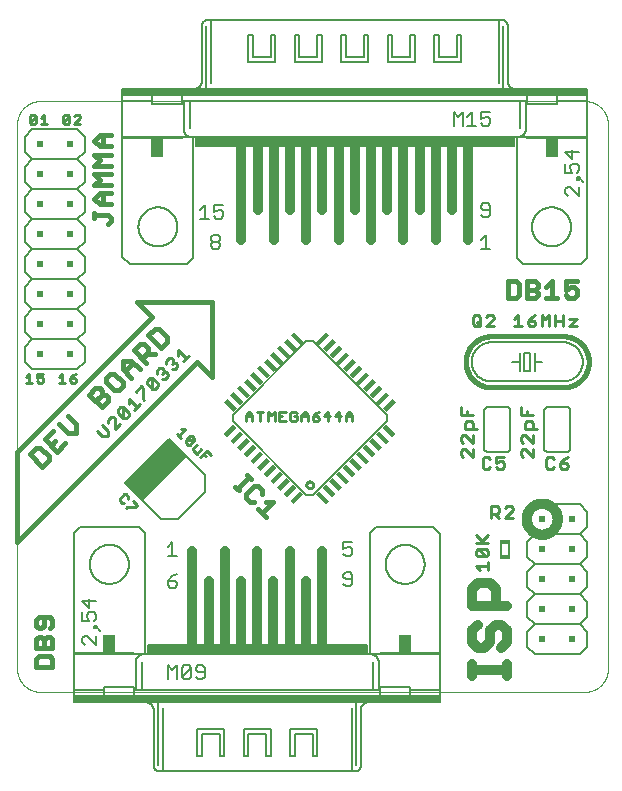
<source format=gto>
G75*
%MOIN*%
%OFA0B0*%
%FSLAX25Y25*%
%IPPOS*%
%LPD*%
%AMOC8*
5,1,8,0,0,1.08239X$1,22.5*
%
%ADD10C,0.00000*%
%ADD11C,0.03200*%
%ADD12C,0.00900*%
%ADD13C,0.01600*%
%ADD14C,0.01700*%
%ADD15C,0.01100*%
%ADD16C,0.00800*%
%ADD17C,0.01000*%
%ADD18R,0.04528X0.01574*%
%ADD19R,0.04528X0.01575*%
%ADD20R,0.04528X0.01575*%
%ADD21R,0.01574X0.04528*%
%ADD22R,0.01575X0.04528*%
%ADD23R,0.01575X0.04528*%
%ADD24C,0.01500*%
%ADD25C,0.00600*%
%ADD26C,0.00500*%
%ADD27R,0.01000X0.09500*%
%ADD28R,0.04000X0.06500*%
%ADD29R,1.55000X0.02000*%
%ADD30R,1.06000X0.03000*%
%ADD31R,0.03200X0.28500*%
%ADD32R,0.03200X0.18500*%
%ADD33R,0.73000X0.03000*%
%ADD34R,1.22000X0.02000*%
%ADD35R,0.02000X0.02000*%
%ADD36C,0.03300*%
%ADD37R,0.03400X0.01600*%
D10*
X0014700Y0027800D02*
X0196550Y0027800D01*
X0196731Y0027802D01*
X0196912Y0027809D01*
X0197093Y0027820D01*
X0197274Y0027835D01*
X0197454Y0027855D01*
X0197634Y0027879D01*
X0197813Y0027907D01*
X0197991Y0027940D01*
X0198168Y0027977D01*
X0198345Y0028018D01*
X0198520Y0028063D01*
X0198695Y0028113D01*
X0198868Y0028167D01*
X0199039Y0028225D01*
X0199210Y0028287D01*
X0199378Y0028354D01*
X0199545Y0028424D01*
X0199711Y0028498D01*
X0199874Y0028577D01*
X0200035Y0028659D01*
X0200195Y0028745D01*
X0200352Y0028835D01*
X0200507Y0028929D01*
X0200660Y0029026D01*
X0200810Y0029128D01*
X0200958Y0029232D01*
X0201104Y0029341D01*
X0201246Y0029452D01*
X0201386Y0029568D01*
X0201523Y0029686D01*
X0201658Y0029808D01*
X0201789Y0029933D01*
X0201917Y0030061D01*
X0202042Y0030192D01*
X0202164Y0030327D01*
X0202282Y0030464D01*
X0202398Y0030604D01*
X0202509Y0030746D01*
X0202618Y0030892D01*
X0202722Y0031040D01*
X0202824Y0031190D01*
X0202921Y0031343D01*
X0203015Y0031498D01*
X0203105Y0031655D01*
X0203191Y0031815D01*
X0203273Y0031976D01*
X0203352Y0032139D01*
X0203426Y0032305D01*
X0203496Y0032472D01*
X0203563Y0032640D01*
X0203625Y0032811D01*
X0203683Y0032982D01*
X0203737Y0033155D01*
X0203787Y0033330D01*
X0203832Y0033505D01*
X0203873Y0033682D01*
X0203910Y0033859D01*
X0203943Y0034037D01*
X0203971Y0034216D01*
X0203995Y0034396D01*
X0204015Y0034576D01*
X0204030Y0034757D01*
X0204041Y0034938D01*
X0204048Y0035119D01*
X0204050Y0035300D01*
X0204050Y0217150D01*
X0204048Y0217331D01*
X0204041Y0217512D01*
X0204030Y0217693D01*
X0204015Y0217874D01*
X0203995Y0218054D01*
X0203971Y0218234D01*
X0203943Y0218413D01*
X0203910Y0218591D01*
X0203873Y0218768D01*
X0203832Y0218945D01*
X0203787Y0219120D01*
X0203737Y0219295D01*
X0203683Y0219468D01*
X0203625Y0219639D01*
X0203563Y0219810D01*
X0203496Y0219978D01*
X0203426Y0220145D01*
X0203352Y0220311D01*
X0203273Y0220474D01*
X0203191Y0220635D01*
X0203105Y0220795D01*
X0203015Y0220952D01*
X0202921Y0221107D01*
X0202824Y0221260D01*
X0202722Y0221410D01*
X0202618Y0221558D01*
X0202509Y0221704D01*
X0202398Y0221846D01*
X0202282Y0221986D01*
X0202164Y0222123D01*
X0202042Y0222258D01*
X0201917Y0222389D01*
X0201789Y0222517D01*
X0201658Y0222642D01*
X0201523Y0222764D01*
X0201386Y0222882D01*
X0201246Y0222998D01*
X0201104Y0223109D01*
X0200958Y0223218D01*
X0200810Y0223322D01*
X0200660Y0223424D01*
X0200507Y0223521D01*
X0200352Y0223615D01*
X0200195Y0223705D01*
X0200035Y0223791D01*
X0199874Y0223873D01*
X0199711Y0223952D01*
X0199545Y0224026D01*
X0199378Y0224096D01*
X0199210Y0224163D01*
X0199039Y0224225D01*
X0198868Y0224283D01*
X0198695Y0224337D01*
X0198520Y0224387D01*
X0198345Y0224432D01*
X0198168Y0224473D01*
X0197991Y0224510D01*
X0197813Y0224543D01*
X0197634Y0224571D01*
X0197454Y0224595D01*
X0197274Y0224615D01*
X0197093Y0224630D01*
X0196912Y0224641D01*
X0196731Y0224648D01*
X0196550Y0224650D01*
X0014700Y0224650D01*
X0014519Y0224648D01*
X0014338Y0224641D01*
X0014157Y0224630D01*
X0013976Y0224615D01*
X0013796Y0224595D01*
X0013616Y0224571D01*
X0013437Y0224543D01*
X0013259Y0224510D01*
X0013082Y0224473D01*
X0012905Y0224432D01*
X0012730Y0224387D01*
X0012555Y0224337D01*
X0012382Y0224283D01*
X0012211Y0224225D01*
X0012040Y0224163D01*
X0011872Y0224096D01*
X0011705Y0224026D01*
X0011539Y0223952D01*
X0011376Y0223873D01*
X0011215Y0223791D01*
X0011055Y0223705D01*
X0010898Y0223615D01*
X0010743Y0223521D01*
X0010590Y0223424D01*
X0010440Y0223322D01*
X0010292Y0223218D01*
X0010146Y0223109D01*
X0010004Y0222998D01*
X0009864Y0222882D01*
X0009727Y0222764D01*
X0009592Y0222642D01*
X0009461Y0222517D01*
X0009333Y0222389D01*
X0009208Y0222258D01*
X0009086Y0222123D01*
X0008968Y0221986D01*
X0008852Y0221846D01*
X0008741Y0221704D01*
X0008632Y0221558D01*
X0008528Y0221410D01*
X0008426Y0221260D01*
X0008329Y0221107D01*
X0008235Y0220952D01*
X0008145Y0220795D01*
X0008059Y0220635D01*
X0007977Y0220474D01*
X0007898Y0220311D01*
X0007824Y0220145D01*
X0007754Y0219978D01*
X0007687Y0219810D01*
X0007625Y0219639D01*
X0007567Y0219468D01*
X0007513Y0219295D01*
X0007463Y0219120D01*
X0007418Y0218945D01*
X0007377Y0218768D01*
X0007340Y0218591D01*
X0007307Y0218413D01*
X0007279Y0218234D01*
X0007255Y0218054D01*
X0007235Y0217874D01*
X0007220Y0217693D01*
X0007209Y0217512D01*
X0007202Y0217331D01*
X0007200Y0217150D01*
X0007200Y0035300D01*
X0007202Y0035119D01*
X0007209Y0034938D01*
X0007220Y0034757D01*
X0007235Y0034576D01*
X0007255Y0034396D01*
X0007279Y0034216D01*
X0007307Y0034037D01*
X0007340Y0033859D01*
X0007377Y0033682D01*
X0007418Y0033505D01*
X0007463Y0033330D01*
X0007513Y0033155D01*
X0007567Y0032982D01*
X0007625Y0032811D01*
X0007687Y0032640D01*
X0007754Y0032472D01*
X0007824Y0032305D01*
X0007898Y0032139D01*
X0007977Y0031976D01*
X0008059Y0031815D01*
X0008145Y0031655D01*
X0008235Y0031498D01*
X0008329Y0031343D01*
X0008426Y0031190D01*
X0008528Y0031040D01*
X0008632Y0030892D01*
X0008741Y0030746D01*
X0008852Y0030604D01*
X0008968Y0030464D01*
X0009086Y0030327D01*
X0009208Y0030192D01*
X0009333Y0030061D01*
X0009461Y0029933D01*
X0009592Y0029808D01*
X0009727Y0029686D01*
X0009864Y0029568D01*
X0010004Y0029452D01*
X0010146Y0029341D01*
X0010292Y0029232D01*
X0010440Y0029128D01*
X0010590Y0029026D01*
X0010743Y0028929D01*
X0010898Y0028835D01*
X0011055Y0028745D01*
X0011215Y0028659D01*
X0011376Y0028577D01*
X0011539Y0028498D01*
X0011705Y0028424D01*
X0011872Y0028354D01*
X0012040Y0028287D01*
X0012211Y0028225D01*
X0012382Y0028167D01*
X0012555Y0028113D01*
X0012730Y0028063D01*
X0012905Y0028018D01*
X0013082Y0027977D01*
X0013259Y0027940D01*
X0013437Y0027907D01*
X0013616Y0027879D01*
X0013796Y0027855D01*
X0013976Y0027835D01*
X0014157Y0027820D01*
X0014338Y0027809D01*
X0014519Y0027802D01*
X0014700Y0027800D01*
D11*
X0065600Y0070800D02*
X0065600Y0074800D01*
X0071000Y0064800D02*
X0071000Y0060800D01*
X0076400Y0070800D02*
X0076400Y0074800D01*
X0081800Y0064800D02*
X0081800Y0060800D01*
X0087200Y0070800D02*
X0087200Y0074800D01*
X0092600Y0064800D02*
X0092600Y0060800D01*
X0098000Y0070800D02*
X0098000Y0074800D01*
X0103400Y0064800D02*
X0103400Y0060800D01*
X0108800Y0070800D02*
X0108800Y0074800D01*
X0177046Y0085300D02*
X0177048Y0085443D01*
X0177054Y0085586D01*
X0177064Y0085729D01*
X0177078Y0085872D01*
X0177096Y0086014D01*
X0177118Y0086156D01*
X0177143Y0086297D01*
X0177173Y0086437D01*
X0177207Y0086576D01*
X0177244Y0086715D01*
X0177285Y0086852D01*
X0177330Y0086988D01*
X0177379Y0087122D01*
X0177431Y0087256D01*
X0177488Y0087388D01*
X0177548Y0087518D01*
X0177611Y0087646D01*
X0177678Y0087773D01*
X0177748Y0087898D01*
X0177822Y0088020D01*
X0177900Y0088141D01*
X0177980Y0088259D01*
X0178064Y0088376D01*
X0178151Y0088489D01*
X0178242Y0088601D01*
X0178335Y0088709D01*
X0178431Y0088816D01*
X0178530Y0088919D01*
X0178632Y0089020D01*
X0178737Y0089117D01*
X0178845Y0089212D01*
X0178955Y0089304D01*
X0179067Y0089393D01*
X0179182Y0089478D01*
X0179299Y0089560D01*
X0179419Y0089639D01*
X0179541Y0089715D01*
X0179664Y0089787D01*
X0179790Y0089856D01*
X0179918Y0089921D01*
X0180047Y0089983D01*
X0180178Y0090041D01*
X0180311Y0090095D01*
X0180445Y0090146D01*
X0180580Y0090193D01*
X0180717Y0090236D01*
X0180855Y0090275D01*
X0180993Y0090311D01*
X0181133Y0090342D01*
X0181274Y0090370D01*
X0181415Y0090394D01*
X0181557Y0090414D01*
X0181699Y0090430D01*
X0181842Y0090442D01*
X0181985Y0090450D01*
X0182128Y0090454D01*
X0182272Y0090454D01*
X0182415Y0090450D01*
X0182558Y0090442D01*
X0182701Y0090430D01*
X0182843Y0090414D01*
X0182985Y0090394D01*
X0183126Y0090370D01*
X0183267Y0090342D01*
X0183407Y0090311D01*
X0183545Y0090275D01*
X0183683Y0090236D01*
X0183820Y0090193D01*
X0183955Y0090146D01*
X0184089Y0090095D01*
X0184222Y0090041D01*
X0184353Y0089983D01*
X0184482Y0089921D01*
X0184610Y0089856D01*
X0184736Y0089787D01*
X0184859Y0089715D01*
X0184981Y0089639D01*
X0185101Y0089560D01*
X0185218Y0089478D01*
X0185333Y0089393D01*
X0185445Y0089304D01*
X0185555Y0089212D01*
X0185663Y0089117D01*
X0185768Y0089020D01*
X0185870Y0088919D01*
X0185969Y0088816D01*
X0186065Y0088709D01*
X0186158Y0088601D01*
X0186249Y0088489D01*
X0186336Y0088376D01*
X0186420Y0088259D01*
X0186500Y0088141D01*
X0186578Y0088020D01*
X0186652Y0087898D01*
X0186722Y0087773D01*
X0186789Y0087646D01*
X0186852Y0087518D01*
X0186912Y0087388D01*
X0186969Y0087256D01*
X0187021Y0087122D01*
X0187070Y0086988D01*
X0187115Y0086852D01*
X0187156Y0086715D01*
X0187193Y0086576D01*
X0187227Y0086437D01*
X0187257Y0086297D01*
X0187282Y0086156D01*
X0187304Y0086014D01*
X0187322Y0085872D01*
X0187336Y0085729D01*
X0187346Y0085586D01*
X0187352Y0085443D01*
X0187354Y0085300D01*
X0187352Y0085157D01*
X0187346Y0085014D01*
X0187336Y0084871D01*
X0187322Y0084728D01*
X0187304Y0084586D01*
X0187282Y0084444D01*
X0187257Y0084303D01*
X0187227Y0084163D01*
X0187193Y0084024D01*
X0187156Y0083885D01*
X0187115Y0083748D01*
X0187070Y0083612D01*
X0187021Y0083478D01*
X0186969Y0083344D01*
X0186912Y0083212D01*
X0186852Y0083082D01*
X0186789Y0082954D01*
X0186722Y0082827D01*
X0186652Y0082702D01*
X0186578Y0082580D01*
X0186500Y0082459D01*
X0186420Y0082341D01*
X0186336Y0082224D01*
X0186249Y0082111D01*
X0186158Y0081999D01*
X0186065Y0081891D01*
X0185969Y0081784D01*
X0185870Y0081681D01*
X0185768Y0081580D01*
X0185663Y0081483D01*
X0185555Y0081388D01*
X0185445Y0081296D01*
X0185333Y0081207D01*
X0185218Y0081122D01*
X0185101Y0081040D01*
X0184981Y0080961D01*
X0184859Y0080885D01*
X0184736Y0080813D01*
X0184610Y0080744D01*
X0184482Y0080679D01*
X0184353Y0080617D01*
X0184222Y0080559D01*
X0184089Y0080505D01*
X0183955Y0080454D01*
X0183820Y0080407D01*
X0183683Y0080364D01*
X0183545Y0080325D01*
X0183407Y0080289D01*
X0183267Y0080258D01*
X0183126Y0080230D01*
X0182985Y0080206D01*
X0182843Y0080186D01*
X0182701Y0080170D01*
X0182558Y0080158D01*
X0182415Y0080150D01*
X0182272Y0080146D01*
X0182128Y0080146D01*
X0181985Y0080150D01*
X0181842Y0080158D01*
X0181699Y0080170D01*
X0181557Y0080186D01*
X0181415Y0080206D01*
X0181274Y0080230D01*
X0181133Y0080258D01*
X0180993Y0080289D01*
X0180855Y0080325D01*
X0180717Y0080364D01*
X0180580Y0080407D01*
X0180445Y0080454D01*
X0180311Y0080505D01*
X0180178Y0080559D01*
X0180047Y0080617D01*
X0179918Y0080679D01*
X0179790Y0080744D01*
X0179664Y0080813D01*
X0179541Y0080885D01*
X0179419Y0080961D01*
X0179299Y0081040D01*
X0179182Y0081122D01*
X0179067Y0081207D01*
X0178955Y0081296D01*
X0178845Y0081388D01*
X0178737Y0081483D01*
X0178632Y0081580D01*
X0178530Y0081681D01*
X0178431Y0081784D01*
X0178335Y0081891D01*
X0178242Y0081999D01*
X0178151Y0082111D01*
X0178064Y0082224D01*
X0177980Y0082341D01*
X0177900Y0082459D01*
X0177822Y0082580D01*
X0177748Y0082702D01*
X0177678Y0082827D01*
X0177611Y0082954D01*
X0177548Y0083082D01*
X0177488Y0083212D01*
X0177431Y0083344D01*
X0177379Y0083478D01*
X0177330Y0083612D01*
X0177285Y0083748D01*
X0177244Y0083885D01*
X0177207Y0084024D01*
X0177173Y0084163D01*
X0177143Y0084303D01*
X0177118Y0084444D01*
X0177096Y0084586D01*
X0177078Y0084728D01*
X0177064Y0084871D01*
X0177054Y0085014D01*
X0177048Y0085157D01*
X0177046Y0085300D01*
X0157500Y0178300D02*
X0157500Y0182300D01*
X0152100Y0188300D02*
X0152100Y0192300D01*
X0146700Y0182300D02*
X0146700Y0178300D01*
X0141300Y0188300D02*
X0141300Y0192300D01*
X0135900Y0182300D02*
X0135900Y0178300D01*
X0130500Y0188300D02*
X0130500Y0192300D01*
X0125100Y0182300D02*
X0125100Y0178300D01*
X0119700Y0188300D02*
X0119700Y0192300D01*
X0114300Y0182300D02*
X0114300Y0178300D01*
X0108900Y0188300D02*
X0108900Y0192300D01*
X0103500Y0182300D02*
X0103500Y0178300D01*
X0098100Y0188300D02*
X0098100Y0192300D01*
X0092700Y0182300D02*
X0092700Y0178300D01*
X0087300Y0188300D02*
X0087300Y0192300D01*
X0081900Y0182300D02*
X0081900Y0178300D01*
D12*
X0084562Y0121123D02*
X0083528Y0120089D01*
X0083528Y0118020D01*
X0083528Y0119572D02*
X0085596Y0119572D01*
X0085596Y0120089D02*
X0085596Y0118020D01*
X0085596Y0120089D02*
X0084562Y0121123D01*
X0087211Y0121123D02*
X0089280Y0121123D01*
X0088245Y0121123D02*
X0088245Y0118020D01*
X0090894Y0118020D02*
X0090894Y0121123D01*
X0091929Y0120089D01*
X0092963Y0121123D01*
X0092963Y0118020D01*
X0094577Y0118020D02*
X0094577Y0121123D01*
X0096646Y0121123D01*
X0098261Y0120606D02*
X0098261Y0118537D01*
X0098778Y0118020D01*
X0099812Y0118020D01*
X0100329Y0118537D01*
X0100329Y0119572D01*
X0099295Y0119572D01*
X0100329Y0120606D02*
X0099812Y0121123D01*
X0098778Y0121123D01*
X0098261Y0120606D01*
X0095612Y0119572D02*
X0094577Y0119572D01*
X0094577Y0118020D02*
X0096646Y0118020D01*
X0101944Y0118020D02*
X0101944Y0120089D01*
X0102978Y0121123D01*
X0104012Y0120089D01*
X0104012Y0118020D01*
X0104012Y0119572D02*
X0101944Y0119572D01*
X0105627Y0119572D02*
X0105627Y0118537D01*
X0106144Y0118020D01*
X0107178Y0118020D01*
X0107695Y0118537D01*
X0107695Y0119055D01*
X0107178Y0119572D01*
X0105627Y0119572D01*
X0106661Y0120606D01*
X0107695Y0121123D01*
X0109310Y0119572D02*
X0111378Y0119572D01*
X0112993Y0119572D02*
X0115062Y0119572D01*
X0116676Y0119572D02*
X0118745Y0119572D01*
X0118745Y0120089D02*
X0118745Y0118020D01*
X0116676Y0118020D02*
X0116676Y0120089D01*
X0117711Y0121123D01*
X0118745Y0120089D01*
X0114545Y0121123D02*
X0114545Y0118020D01*
X0112993Y0119572D02*
X0114545Y0121123D01*
X0110861Y0121123D02*
X0110861Y0118020D01*
X0109310Y0119572D02*
X0110861Y0121123D01*
X0071806Y0106723D02*
X0070343Y0108185D01*
X0068149Y0105991D01*
X0069246Y0107088D02*
X0069978Y0106357D01*
X0068470Y0108596D02*
X0067008Y0107133D01*
X0065911Y0108230D01*
X0065911Y0108961D01*
X0067008Y0110058D01*
X0066232Y0111566D02*
X0063306Y0111566D01*
X0063306Y0110835D01*
X0064038Y0110103D01*
X0064769Y0110103D01*
X0066232Y0111566D01*
X0066232Y0112297D01*
X0065500Y0113028D01*
X0064769Y0113028D01*
X0063306Y0111566D01*
X0061799Y0112342D02*
X0060336Y0113805D01*
X0061068Y0113073D02*
X0063262Y0115267D01*
X0061799Y0115267D01*
X0043492Y0093602D02*
X0042761Y0093602D01*
X0041298Y0092139D01*
X0041298Y0091408D01*
X0042029Y0090676D01*
X0042761Y0090676D01*
X0043902Y0089535D02*
X0043537Y0089169D01*
X0043902Y0089535D02*
X0046828Y0089535D01*
X0047193Y0089900D01*
X0045731Y0091363D01*
X0044223Y0092139D02*
X0044223Y0092870D01*
X0043492Y0093602D01*
X0026434Y0130750D02*
X0026951Y0131267D01*
X0026951Y0131784D01*
X0026434Y0132301D01*
X0024883Y0132301D01*
X0024883Y0131267D01*
X0025400Y0130750D01*
X0026434Y0130750D01*
X0024883Y0132301D02*
X0025917Y0133336D01*
X0026951Y0133853D01*
X0023268Y0130750D02*
X0021199Y0130750D01*
X0022234Y0130750D02*
X0022234Y0133853D01*
X0021199Y0132818D01*
X0015902Y0132301D02*
X0015902Y0131267D01*
X0015384Y0130750D01*
X0014350Y0130750D01*
X0013833Y0131267D01*
X0013833Y0132301D02*
X0014867Y0132818D01*
X0015384Y0132818D01*
X0015902Y0132301D01*
X0015902Y0133853D02*
X0013833Y0133853D01*
X0013833Y0132301D01*
X0012218Y0130750D02*
X0010150Y0130750D01*
X0011184Y0130750D02*
X0011184Y0133853D01*
X0010150Y0132818D01*
X0011917Y0217000D02*
X0011400Y0217517D01*
X0013468Y0219586D01*
X0013468Y0217517D01*
X0012951Y0217000D01*
X0011917Y0217000D01*
X0011400Y0217517D02*
X0011400Y0219586D01*
X0011917Y0220103D01*
X0012951Y0220103D01*
X0013468Y0219586D01*
X0015083Y0219068D02*
X0016117Y0220103D01*
X0016117Y0217000D01*
X0015083Y0217000D02*
X0017152Y0217000D01*
X0022449Y0217517D02*
X0024518Y0219586D01*
X0024518Y0217517D01*
X0024001Y0217000D01*
X0022967Y0217000D01*
X0022449Y0217517D01*
X0022449Y0219586D01*
X0022967Y0220103D01*
X0024001Y0220103D01*
X0024518Y0219586D01*
X0026133Y0219586D02*
X0026650Y0220103D01*
X0027684Y0220103D01*
X0028201Y0219586D01*
X0028201Y0219068D01*
X0026133Y0217000D01*
X0028201Y0217000D01*
D13*
X0047200Y0157800D02*
X0072200Y0157800D01*
X0072200Y0132800D01*
X0067200Y0137800D01*
X0007200Y0077800D01*
X0007200Y0107800D01*
X0052200Y0152800D01*
X0047200Y0157800D01*
X0165200Y0146300D02*
X0189200Y0146300D01*
X0189407Y0146297D01*
X0189614Y0146290D01*
X0189820Y0146277D01*
X0190027Y0146260D01*
X0190232Y0146237D01*
X0190438Y0146209D01*
X0190642Y0146177D01*
X0190846Y0146139D01*
X0191048Y0146097D01*
X0191250Y0146049D01*
X0191450Y0145997D01*
X0191649Y0145940D01*
X0191846Y0145878D01*
X0192042Y0145811D01*
X0192236Y0145739D01*
X0192429Y0145663D01*
X0192619Y0145582D01*
X0192808Y0145496D01*
X0192994Y0145406D01*
X0193178Y0145312D01*
X0193360Y0145212D01*
X0193539Y0145109D01*
X0193716Y0145001D01*
X0193890Y0144889D01*
X0194061Y0144773D01*
X0194230Y0144652D01*
X0194395Y0144528D01*
X0194557Y0144399D01*
X0194716Y0144267D01*
X0194872Y0144131D01*
X0195025Y0143991D01*
X0195174Y0143847D01*
X0195319Y0143700D01*
X0195461Y0143549D01*
X0195599Y0143395D01*
X0195734Y0143237D01*
X0195864Y0143077D01*
X0195990Y0142913D01*
X0196113Y0142746D01*
X0196231Y0142576D01*
X0196346Y0142403D01*
X0196456Y0142228D01*
X0196561Y0142050D01*
X0196663Y0141869D01*
X0196759Y0141687D01*
X0196852Y0141501D01*
X0196940Y0141314D01*
X0197023Y0141124D01*
X0197102Y0140933D01*
X0197176Y0140740D01*
X0197245Y0140544D01*
X0197309Y0140348D01*
X0197369Y0140150D01*
X0197424Y0139950D01*
X0197474Y0139749D01*
X0197519Y0139547D01*
X0197559Y0139344D01*
X0197594Y0139140D01*
X0197624Y0138935D01*
X0197649Y0138730D01*
X0197669Y0138524D01*
X0197684Y0138317D01*
X0197694Y0138110D01*
X0197699Y0137903D01*
X0197699Y0137697D01*
X0197694Y0137490D01*
X0197684Y0137283D01*
X0197669Y0137076D01*
X0197649Y0136870D01*
X0197624Y0136665D01*
X0197594Y0136460D01*
X0197559Y0136256D01*
X0197519Y0136053D01*
X0197474Y0135851D01*
X0197424Y0135650D01*
X0197369Y0135450D01*
X0197309Y0135252D01*
X0197245Y0135056D01*
X0197176Y0134860D01*
X0197102Y0134667D01*
X0197023Y0134476D01*
X0196940Y0134286D01*
X0196852Y0134099D01*
X0196759Y0133913D01*
X0196663Y0133731D01*
X0196561Y0133550D01*
X0196456Y0133372D01*
X0196346Y0133197D01*
X0196231Y0133024D01*
X0196113Y0132854D01*
X0195990Y0132687D01*
X0195864Y0132523D01*
X0195734Y0132363D01*
X0195599Y0132205D01*
X0195461Y0132051D01*
X0195319Y0131900D01*
X0195174Y0131753D01*
X0195025Y0131609D01*
X0194872Y0131469D01*
X0194716Y0131333D01*
X0194557Y0131201D01*
X0194395Y0131072D01*
X0194230Y0130948D01*
X0194061Y0130827D01*
X0193890Y0130711D01*
X0193716Y0130599D01*
X0193539Y0130491D01*
X0193360Y0130388D01*
X0193178Y0130288D01*
X0192994Y0130194D01*
X0192808Y0130104D01*
X0192619Y0130018D01*
X0192429Y0129937D01*
X0192236Y0129861D01*
X0192042Y0129789D01*
X0191846Y0129722D01*
X0191649Y0129660D01*
X0191450Y0129603D01*
X0191250Y0129551D01*
X0191048Y0129503D01*
X0190846Y0129461D01*
X0190642Y0129423D01*
X0190438Y0129391D01*
X0190232Y0129363D01*
X0190027Y0129340D01*
X0189820Y0129323D01*
X0189614Y0129310D01*
X0189407Y0129303D01*
X0189200Y0129300D01*
X0165200Y0129300D01*
X0164993Y0129303D01*
X0164786Y0129310D01*
X0164580Y0129323D01*
X0164373Y0129340D01*
X0164168Y0129363D01*
X0163962Y0129391D01*
X0163758Y0129423D01*
X0163554Y0129461D01*
X0163352Y0129503D01*
X0163150Y0129551D01*
X0162950Y0129603D01*
X0162751Y0129660D01*
X0162554Y0129722D01*
X0162358Y0129789D01*
X0162164Y0129861D01*
X0161971Y0129937D01*
X0161781Y0130018D01*
X0161592Y0130104D01*
X0161406Y0130194D01*
X0161222Y0130288D01*
X0161040Y0130388D01*
X0160861Y0130491D01*
X0160684Y0130599D01*
X0160510Y0130711D01*
X0160339Y0130827D01*
X0160170Y0130948D01*
X0160005Y0131072D01*
X0159843Y0131201D01*
X0159684Y0131333D01*
X0159528Y0131469D01*
X0159375Y0131609D01*
X0159226Y0131753D01*
X0159081Y0131900D01*
X0158939Y0132051D01*
X0158801Y0132205D01*
X0158666Y0132363D01*
X0158536Y0132523D01*
X0158410Y0132687D01*
X0158287Y0132854D01*
X0158169Y0133024D01*
X0158054Y0133197D01*
X0157944Y0133372D01*
X0157839Y0133550D01*
X0157737Y0133731D01*
X0157641Y0133913D01*
X0157548Y0134099D01*
X0157460Y0134286D01*
X0157377Y0134476D01*
X0157298Y0134667D01*
X0157224Y0134860D01*
X0157155Y0135056D01*
X0157091Y0135252D01*
X0157031Y0135450D01*
X0156976Y0135650D01*
X0156926Y0135851D01*
X0156881Y0136053D01*
X0156841Y0136256D01*
X0156806Y0136460D01*
X0156776Y0136665D01*
X0156751Y0136870D01*
X0156731Y0137076D01*
X0156716Y0137283D01*
X0156706Y0137490D01*
X0156701Y0137697D01*
X0156701Y0137903D01*
X0156706Y0138110D01*
X0156716Y0138317D01*
X0156731Y0138524D01*
X0156751Y0138730D01*
X0156776Y0138935D01*
X0156806Y0139140D01*
X0156841Y0139344D01*
X0156881Y0139547D01*
X0156926Y0139749D01*
X0156976Y0139950D01*
X0157031Y0140150D01*
X0157091Y0140348D01*
X0157155Y0140544D01*
X0157224Y0140740D01*
X0157298Y0140933D01*
X0157377Y0141124D01*
X0157460Y0141314D01*
X0157548Y0141501D01*
X0157641Y0141687D01*
X0157737Y0141869D01*
X0157839Y0142050D01*
X0157944Y0142228D01*
X0158054Y0142403D01*
X0158169Y0142576D01*
X0158287Y0142746D01*
X0158410Y0142913D01*
X0158536Y0143077D01*
X0158666Y0143237D01*
X0158801Y0143395D01*
X0158939Y0143549D01*
X0159081Y0143700D01*
X0159226Y0143847D01*
X0159375Y0143991D01*
X0159528Y0144131D01*
X0159684Y0144267D01*
X0159843Y0144399D01*
X0160005Y0144528D01*
X0160170Y0144652D01*
X0160339Y0144773D01*
X0160510Y0144889D01*
X0160684Y0145001D01*
X0160861Y0145109D01*
X0161040Y0145212D01*
X0161222Y0145312D01*
X0161406Y0145406D01*
X0161592Y0145496D01*
X0161781Y0145582D01*
X0161971Y0145663D01*
X0162164Y0145739D01*
X0162358Y0145811D01*
X0162554Y0145878D01*
X0162751Y0145940D01*
X0162950Y0145997D01*
X0163150Y0146049D01*
X0163352Y0146097D01*
X0163554Y0146139D01*
X0163758Y0146177D01*
X0163962Y0146209D01*
X0164168Y0146237D01*
X0164373Y0146260D01*
X0164580Y0146277D01*
X0164786Y0146290D01*
X0164993Y0146297D01*
X0165200Y0146300D01*
D14*
X0057213Y0145909D02*
X0054430Y0148693D01*
X0053038Y0148693D01*
X0050950Y0146605D01*
X0055126Y0142430D01*
X0057213Y0144517D01*
X0057213Y0145909D01*
X0052961Y0140265D02*
X0050177Y0140265D01*
X0050873Y0140961D02*
X0048785Y0138873D01*
X0050177Y0137481D02*
X0046002Y0141657D01*
X0048089Y0143745D01*
X0049481Y0143745D01*
X0050873Y0142353D01*
X0050873Y0140961D01*
X0045229Y0138100D02*
X0048013Y0135317D01*
X0045925Y0137404D02*
X0043141Y0134621D01*
X0042445Y0135317D02*
X0042445Y0138100D01*
X0045229Y0138100D01*
X0042445Y0135317D02*
X0045229Y0132533D01*
X0042368Y0131064D02*
X0039585Y0133848D01*
X0038193Y0133848D01*
X0036801Y0132456D01*
X0036801Y0131064D01*
X0039585Y0128281D01*
X0040977Y0128281D01*
X0042368Y0129672D01*
X0042368Y0131064D01*
X0037420Y0126116D02*
X0037420Y0124724D01*
X0035332Y0122636D01*
X0031157Y0126812D01*
X0033245Y0128900D01*
X0034636Y0128900D01*
X0035332Y0128204D01*
X0035332Y0126812D01*
X0033245Y0124724D01*
X0035332Y0126812D02*
X0036724Y0126812D01*
X0037420Y0126116D01*
X0026828Y0116915D02*
X0026828Y0114132D01*
X0024044Y0114132D01*
X0021260Y0116915D01*
X0019096Y0114751D02*
X0016312Y0111967D01*
X0020487Y0107791D01*
X0023271Y0110575D01*
X0019791Y0111271D02*
X0018400Y0109879D01*
X0017627Y0106323D02*
X0014843Y0109106D01*
X0013451Y0109106D01*
X0011364Y0107019D01*
X0015539Y0102843D01*
X0017627Y0104931D01*
X0017627Y0106323D01*
X0026828Y0116915D02*
X0024044Y0119699D01*
D15*
X0033676Y0114753D02*
X0035516Y0112913D01*
X0037356Y0112913D01*
X0037356Y0114753D01*
X0035516Y0116593D01*
X0037392Y0117549D02*
X0037392Y0118469D01*
X0038312Y0119389D01*
X0039232Y0119389D01*
X0039692Y0118929D01*
X0039692Y0115248D01*
X0041532Y0117089D01*
X0042487Y0118964D02*
X0040647Y0120804D01*
X0040647Y0121724D01*
X0041567Y0122644D01*
X0042487Y0122644D01*
X0042487Y0118964D01*
X0043407Y0118964D01*
X0044327Y0119884D01*
X0044327Y0120804D01*
X0042487Y0122644D01*
X0044363Y0123599D02*
X0044363Y0125440D01*
X0047123Y0122679D01*
X0046203Y0121759D02*
X0048043Y0123599D01*
X0049458Y0125015D02*
X0048998Y0125475D01*
X0048998Y0129155D01*
X0048538Y0129615D01*
X0046698Y0127775D01*
X0050414Y0130570D02*
X0052254Y0128730D01*
X0052254Y0132410D01*
X0054094Y0130570D01*
X0054094Y0129650D01*
X0053174Y0128730D01*
X0052254Y0128730D01*
X0050414Y0130570D02*
X0050414Y0131490D01*
X0051334Y0132410D01*
X0052254Y0132410D01*
X0053669Y0133826D02*
X0053669Y0134746D01*
X0054589Y0135666D01*
X0055509Y0135666D01*
X0055969Y0135206D01*
X0055969Y0134286D01*
X0056889Y0134286D01*
X0057349Y0133826D01*
X0057349Y0132906D01*
X0056429Y0131986D01*
X0055509Y0131986D01*
X0055509Y0133826D02*
X0055969Y0134286D01*
X0056924Y0137081D02*
X0056924Y0138001D01*
X0057844Y0138921D01*
X0058764Y0138921D01*
X0059225Y0138461D01*
X0059225Y0137541D01*
X0060145Y0137541D01*
X0060605Y0137081D01*
X0060605Y0136161D01*
X0059685Y0135241D01*
X0058764Y0135241D01*
X0058764Y0137081D02*
X0059225Y0137541D01*
X0060640Y0139877D02*
X0060640Y0141717D01*
X0063400Y0138957D01*
X0062480Y0138037D02*
X0064320Y0139877D01*
X0155247Y0122598D02*
X0155247Y0119996D01*
X0159150Y0119996D01*
X0157198Y0119996D02*
X0157198Y0121297D01*
X0157198Y0117994D02*
X0156548Y0117344D01*
X0156548Y0115392D01*
X0160451Y0115392D01*
X0159150Y0115392D02*
X0159150Y0117344D01*
X0158499Y0117994D01*
X0157198Y0117994D01*
X0156548Y0113390D02*
X0155897Y0113390D01*
X0155247Y0112740D01*
X0155247Y0111439D01*
X0155897Y0110788D01*
X0155897Y0108786D02*
X0155247Y0108136D01*
X0155247Y0106835D01*
X0155897Y0106184D01*
X0155897Y0108786D02*
X0156548Y0108786D01*
X0159150Y0106184D01*
X0159150Y0108786D01*
X0159150Y0110788D02*
X0156548Y0113390D01*
X0159150Y0113390D02*
X0159150Y0110788D01*
X0162943Y0106003D02*
X0162292Y0105353D01*
X0162292Y0102751D01*
X0162943Y0102100D01*
X0164244Y0102100D01*
X0164894Y0102751D01*
X0166896Y0102751D02*
X0167547Y0102100D01*
X0168848Y0102100D01*
X0169498Y0102751D01*
X0169498Y0104052D01*
X0168848Y0104702D01*
X0168197Y0104702D01*
X0166896Y0104052D01*
X0166896Y0106003D01*
X0169498Y0106003D01*
X0164894Y0105353D02*
X0164244Y0106003D01*
X0162943Y0106003D01*
X0175247Y0106835D02*
X0175897Y0106184D01*
X0175247Y0106835D02*
X0175247Y0108136D01*
X0175897Y0108786D01*
X0176548Y0108786D01*
X0179150Y0106184D01*
X0179150Y0108786D01*
X0179150Y0110788D02*
X0176548Y0113390D01*
X0175897Y0113390D01*
X0175247Y0112740D01*
X0175247Y0111439D01*
X0175897Y0110788D01*
X0179150Y0110788D02*
X0179150Y0113390D01*
X0179150Y0115392D02*
X0179150Y0117344D01*
X0178499Y0117994D01*
X0177198Y0117994D01*
X0176548Y0117344D01*
X0176548Y0115392D01*
X0180451Y0115392D01*
X0179150Y0119996D02*
X0175247Y0119996D01*
X0175247Y0122598D01*
X0177198Y0121297D02*
X0177198Y0119996D01*
X0184193Y0106003D02*
X0183542Y0105353D01*
X0183542Y0102751D01*
X0184193Y0102100D01*
X0185494Y0102100D01*
X0186144Y0102751D01*
X0188146Y0102751D02*
X0188146Y0104052D01*
X0190098Y0104052D01*
X0190748Y0103401D01*
X0190748Y0102751D01*
X0190098Y0102100D01*
X0188797Y0102100D01*
X0188146Y0102751D01*
X0188146Y0104052D02*
X0189447Y0105353D01*
X0190748Y0106003D01*
X0186144Y0105353D02*
X0185494Y0106003D01*
X0184193Y0106003D01*
X0171806Y0089753D02*
X0170504Y0089753D01*
X0169854Y0089103D01*
X0167852Y0089103D02*
X0167852Y0087802D01*
X0167202Y0087151D01*
X0165250Y0087151D01*
X0165250Y0085850D02*
X0165250Y0089753D01*
X0167202Y0089753D01*
X0167852Y0089103D01*
X0166551Y0087151D02*
X0167852Y0085850D01*
X0169854Y0085850D02*
X0172456Y0088452D01*
X0172456Y0089103D01*
X0171806Y0089753D01*
X0172456Y0085850D02*
X0169854Y0085850D01*
X0164150Y0080098D02*
X0162198Y0078147D01*
X0162849Y0077496D02*
X0160247Y0080098D01*
X0160247Y0077496D02*
X0164150Y0077496D01*
X0163499Y0075494D02*
X0164150Y0074844D01*
X0164150Y0073543D01*
X0163499Y0072892D01*
X0160897Y0075494D01*
X0163499Y0075494D01*
X0163499Y0072892D02*
X0160897Y0072892D01*
X0160247Y0073543D01*
X0160247Y0074844D01*
X0160897Y0075494D01*
X0164150Y0070890D02*
X0164150Y0068288D01*
X0164150Y0069589D02*
X0160247Y0069589D01*
X0161548Y0068288D01*
X0161602Y0149600D02*
X0160301Y0150901D01*
X0159651Y0149600D02*
X0159000Y0150251D01*
X0159000Y0152853D01*
X0159651Y0153503D01*
X0160952Y0153503D01*
X0161602Y0152853D01*
X0161602Y0150251D01*
X0160952Y0149600D01*
X0159651Y0149600D01*
X0163604Y0149600D02*
X0166206Y0152202D01*
X0166206Y0152853D01*
X0165556Y0153503D01*
X0164254Y0153503D01*
X0163604Y0152853D01*
X0163604Y0149600D02*
X0166206Y0149600D01*
X0172750Y0149600D02*
X0175352Y0149600D01*
X0174051Y0149600D02*
X0174051Y0153503D01*
X0172750Y0152202D01*
X0177354Y0151552D02*
X0179306Y0151552D01*
X0179956Y0150901D01*
X0179956Y0150251D01*
X0179306Y0149600D01*
X0178004Y0149600D01*
X0177354Y0150251D01*
X0177354Y0151552D01*
X0178655Y0152853D01*
X0179956Y0153503D01*
X0181958Y0153503D02*
X0181958Y0149600D01*
X0183259Y0152202D02*
X0181958Y0153503D01*
X0183259Y0152202D02*
X0184560Y0153503D01*
X0184560Y0149600D01*
X0186562Y0149600D02*
X0186562Y0153503D01*
X0186562Y0151552D02*
X0189164Y0151552D01*
X0189164Y0153503D02*
X0189164Y0149600D01*
X0191166Y0149600D02*
X0193768Y0149600D01*
X0193768Y0152202D02*
X0191166Y0152202D01*
X0193768Y0152202D02*
X0191166Y0149600D01*
D16*
X0130312Y0120164D02*
X0130312Y0117936D01*
X0105814Y0093438D01*
X0103586Y0093438D01*
X0079088Y0117936D01*
X0079088Y0120164D01*
X0103586Y0144662D01*
X0105814Y0144662D01*
X0130312Y0120164D01*
D17*
X0103587Y0096779D02*
X0103589Y0096846D01*
X0103595Y0096912D01*
X0103605Y0096978D01*
X0103619Y0097043D01*
X0103636Y0097107D01*
X0103658Y0097170D01*
X0103683Y0097232D01*
X0103712Y0097292D01*
X0103745Y0097350D01*
X0103780Y0097406D01*
X0103820Y0097460D01*
X0103862Y0097511D01*
X0103907Y0097560D01*
X0103955Y0097606D01*
X0104006Y0097649D01*
X0104059Y0097689D01*
X0104115Y0097726D01*
X0104173Y0097759D01*
X0104232Y0097789D01*
X0104293Y0097815D01*
X0104356Y0097838D01*
X0104420Y0097856D01*
X0104485Y0097871D01*
X0104551Y0097882D01*
X0104617Y0097889D01*
X0104683Y0097892D01*
X0104750Y0097891D01*
X0104816Y0097886D01*
X0104882Y0097877D01*
X0104948Y0097864D01*
X0105012Y0097847D01*
X0105075Y0097827D01*
X0105137Y0097802D01*
X0105198Y0097774D01*
X0105257Y0097743D01*
X0105313Y0097708D01*
X0105368Y0097670D01*
X0105420Y0097628D01*
X0105469Y0097583D01*
X0105516Y0097536D01*
X0105560Y0097486D01*
X0105600Y0097433D01*
X0105638Y0097378D01*
X0105672Y0097321D01*
X0105703Y0097262D01*
X0105730Y0097201D01*
X0105753Y0097139D01*
X0105773Y0097075D01*
X0105789Y0097010D01*
X0105801Y0096945D01*
X0105809Y0096879D01*
X0105813Y0096812D01*
X0105813Y0096746D01*
X0105809Y0096679D01*
X0105801Y0096613D01*
X0105789Y0096548D01*
X0105773Y0096483D01*
X0105753Y0096419D01*
X0105730Y0096357D01*
X0105703Y0096296D01*
X0105672Y0096237D01*
X0105638Y0096180D01*
X0105600Y0096125D01*
X0105560Y0096072D01*
X0105516Y0096022D01*
X0105469Y0095975D01*
X0105420Y0095930D01*
X0105368Y0095888D01*
X0105313Y0095850D01*
X0105256Y0095815D01*
X0105198Y0095784D01*
X0105137Y0095756D01*
X0105075Y0095731D01*
X0105012Y0095711D01*
X0104948Y0095694D01*
X0104882Y0095681D01*
X0104816Y0095672D01*
X0104750Y0095667D01*
X0104683Y0095666D01*
X0104617Y0095669D01*
X0104551Y0095676D01*
X0104485Y0095687D01*
X0104420Y0095702D01*
X0104356Y0095720D01*
X0104293Y0095743D01*
X0104232Y0095769D01*
X0104173Y0095799D01*
X0104115Y0095832D01*
X0104059Y0095869D01*
X0104006Y0095909D01*
X0103955Y0095952D01*
X0103907Y0095998D01*
X0103862Y0096047D01*
X0103820Y0096098D01*
X0103780Y0096152D01*
X0103745Y0096208D01*
X0103712Y0096266D01*
X0103683Y0096326D01*
X0103658Y0096388D01*
X0103636Y0096451D01*
X0103619Y0096515D01*
X0103605Y0096580D01*
X0103595Y0096646D01*
X0103589Y0096712D01*
X0103587Y0096779D01*
D18*
G36*
X0107902Y0094690D02*
X0111103Y0091489D01*
X0109990Y0090376D01*
X0106789Y0093577D01*
X0107902Y0094690D01*
G37*
G36*
X0119037Y0105826D02*
X0122238Y0102625D01*
X0121125Y0101512D01*
X0117924Y0104713D01*
X0119037Y0105826D01*
G37*
G36*
X0130173Y0116961D02*
X0133374Y0113760D01*
X0132261Y0112647D01*
X0129060Y0115848D01*
X0130173Y0116961D01*
G37*
G36*
X0099410Y0147724D02*
X0102611Y0144523D01*
X0101498Y0143410D01*
X0098297Y0146611D01*
X0099410Y0147724D01*
G37*
G36*
X0088275Y0136588D02*
X0091476Y0133387D01*
X0090363Y0132274D01*
X0087162Y0135475D01*
X0088275Y0136588D01*
G37*
G36*
X0077139Y0125453D02*
X0080340Y0122252D01*
X0079227Y0121139D01*
X0076026Y0124340D01*
X0077139Y0125453D01*
G37*
D19*
G36*
X0079366Y0127680D02*
X0082567Y0124479D01*
X0081454Y0123366D01*
X0078253Y0126567D01*
X0079366Y0127680D01*
G37*
G36*
X0081594Y0129907D02*
X0084795Y0126706D01*
X0083682Y0125593D01*
X0080481Y0128794D01*
X0081594Y0129907D01*
G37*
G36*
X0094956Y0143269D02*
X0098157Y0140068D01*
X0097044Y0138955D01*
X0093843Y0142156D01*
X0094956Y0143269D01*
G37*
G36*
X0097183Y0145497D02*
X0100384Y0142296D01*
X0099271Y0141183D01*
X0096070Y0144384D01*
X0097183Y0145497D01*
G37*
G36*
X0125718Y0112507D02*
X0128919Y0109306D01*
X0127806Y0108193D01*
X0124605Y0111394D01*
X0125718Y0112507D01*
G37*
G36*
X0127946Y0114734D02*
X0131147Y0111533D01*
X0130034Y0110420D01*
X0126833Y0113621D01*
X0127946Y0114734D01*
G37*
G36*
X0112356Y0099145D02*
X0115557Y0095944D01*
X0114444Y0094831D01*
X0111243Y0098032D01*
X0112356Y0099145D01*
G37*
G36*
X0110129Y0096917D02*
X0113330Y0093716D01*
X0112217Y0092603D01*
X0109016Y0095804D01*
X0110129Y0096917D01*
G37*
D20*
G36*
X0114583Y0101372D02*
X0117784Y0098171D01*
X0116671Y0097058D01*
X0113470Y0100259D01*
X0114583Y0101372D01*
G37*
G36*
X0116810Y0103599D02*
X0120011Y0100398D01*
X0118898Y0099285D01*
X0115697Y0102486D01*
X0116810Y0103599D01*
G37*
G36*
X0121264Y0108053D02*
X0124465Y0104852D01*
X0123352Y0103739D01*
X0120151Y0106940D01*
X0121264Y0108053D01*
G37*
G36*
X0123491Y0110280D02*
X0126692Y0107079D01*
X0125579Y0105966D01*
X0122378Y0109167D01*
X0123491Y0110280D01*
G37*
G36*
X0092729Y0141042D02*
X0095930Y0137841D01*
X0094817Y0136728D01*
X0091616Y0139929D01*
X0092729Y0141042D01*
G37*
G36*
X0090502Y0138815D02*
X0093703Y0135614D01*
X0092590Y0134501D01*
X0089389Y0137702D01*
X0090502Y0138815D01*
G37*
G36*
X0086048Y0134361D02*
X0089249Y0131160D01*
X0088136Y0130047D01*
X0084935Y0133248D01*
X0086048Y0134361D01*
G37*
G36*
X0083821Y0132134D02*
X0087022Y0128933D01*
X0085909Y0127820D01*
X0082708Y0131021D01*
X0083821Y0132134D01*
G37*
D21*
G36*
X0079227Y0116961D02*
X0080340Y0115848D01*
X0077139Y0112647D01*
X0076026Y0113760D01*
X0079227Y0116961D01*
G37*
G36*
X0090363Y0105826D02*
X0091476Y0104713D01*
X0088275Y0101512D01*
X0087162Y0102625D01*
X0090363Y0105826D01*
G37*
G36*
X0101498Y0094690D02*
X0102611Y0093577D01*
X0099410Y0090376D01*
X0098297Y0091489D01*
X0101498Y0094690D01*
G37*
G36*
X0132261Y0125453D02*
X0133374Y0124340D01*
X0130173Y0121139D01*
X0129060Y0122252D01*
X0132261Y0125453D01*
G37*
G36*
X0121125Y0136588D02*
X0122238Y0135475D01*
X0119037Y0132274D01*
X0117924Y0133387D01*
X0121125Y0136588D01*
G37*
G36*
X0109990Y0147724D02*
X0111103Y0146611D01*
X0107902Y0143410D01*
X0106789Y0144523D01*
X0109990Y0147724D01*
G37*
D22*
G36*
X0112217Y0145497D02*
X0113330Y0144384D01*
X0110129Y0141183D01*
X0109016Y0142296D01*
X0112217Y0145497D01*
G37*
G36*
X0114444Y0143269D02*
X0115557Y0142156D01*
X0112356Y0138955D01*
X0111243Y0140068D01*
X0114444Y0143269D01*
G37*
G36*
X0127806Y0129907D02*
X0128919Y0128794D01*
X0125718Y0125593D01*
X0124605Y0126706D01*
X0127806Y0129907D01*
G37*
G36*
X0130034Y0127680D02*
X0131147Y0126567D01*
X0127946Y0123366D01*
X0126833Y0124479D01*
X0130034Y0127680D01*
G37*
G36*
X0099271Y0096917D02*
X0100384Y0095804D01*
X0097183Y0092603D01*
X0096070Y0093716D01*
X0099271Y0096917D01*
G37*
G36*
X0097044Y0099145D02*
X0098157Y0098032D01*
X0094956Y0094831D01*
X0093843Y0095944D01*
X0097044Y0099145D01*
G37*
G36*
X0083682Y0112507D02*
X0084795Y0111394D01*
X0081594Y0108193D01*
X0080481Y0109306D01*
X0083682Y0112507D01*
G37*
G36*
X0081454Y0114734D02*
X0082567Y0113621D01*
X0079366Y0110420D01*
X0078253Y0111533D01*
X0081454Y0114734D01*
G37*
D23*
G36*
X0085909Y0110280D02*
X0087022Y0109167D01*
X0083821Y0105966D01*
X0082708Y0107079D01*
X0085909Y0110280D01*
G37*
G36*
X0088136Y0108053D02*
X0089249Y0106940D01*
X0086048Y0103739D01*
X0084935Y0104852D01*
X0088136Y0108053D01*
G37*
G36*
X0092590Y0103599D02*
X0093703Y0102486D01*
X0090502Y0099285D01*
X0089389Y0100398D01*
X0092590Y0103599D01*
G37*
G36*
X0094817Y0101372D02*
X0095930Y0100259D01*
X0092729Y0097058D01*
X0091616Y0098171D01*
X0094817Y0101372D01*
G37*
G36*
X0123352Y0134361D02*
X0124465Y0133248D01*
X0121264Y0130047D01*
X0120151Y0131160D01*
X0123352Y0134361D01*
G37*
G36*
X0125579Y0132134D02*
X0126692Y0131021D01*
X0123491Y0127820D01*
X0122378Y0128933D01*
X0125579Y0132134D01*
G37*
G36*
X0118898Y0138815D02*
X0120011Y0137702D01*
X0116810Y0134501D01*
X0115697Y0135614D01*
X0118898Y0138815D01*
G37*
G36*
X0116671Y0141042D02*
X0117784Y0139929D01*
X0114583Y0136728D01*
X0113470Y0137841D01*
X0116671Y0141042D01*
G37*
D24*
X0083711Y0100094D02*
X0085008Y0098797D01*
X0084359Y0099446D02*
X0080467Y0095553D01*
X0079818Y0096202D02*
X0081116Y0094905D01*
X0083505Y0093812D02*
X0083505Y0092515D01*
X0084803Y0091217D01*
X0086100Y0091217D01*
X0087414Y0088606D02*
X0090009Y0086011D01*
X0088712Y0087308D02*
X0092604Y0091201D01*
X0090009Y0091201D01*
X0088695Y0093812D02*
X0088695Y0095110D01*
X0087398Y0096407D01*
X0086100Y0096407D01*
X0083505Y0093812D01*
X0018950Y0051693D02*
X0018950Y0049858D01*
X0018033Y0048941D01*
X0016198Y0049858D02*
X0016198Y0052611D01*
X0018033Y0052611D02*
X0014363Y0052611D01*
X0013445Y0051693D01*
X0013445Y0049858D01*
X0014363Y0048941D01*
X0015280Y0048941D01*
X0016198Y0049858D01*
X0018950Y0051693D02*
X0018033Y0052611D01*
X0018033Y0046165D02*
X0018950Y0045248D01*
X0018950Y0042495D01*
X0013445Y0042495D01*
X0013445Y0045248D01*
X0014363Y0046165D01*
X0015280Y0046165D01*
X0016198Y0045248D01*
X0016198Y0042495D01*
X0016198Y0045248D02*
X0017115Y0046165D01*
X0018033Y0046165D01*
X0018033Y0039720D02*
X0014363Y0039720D01*
X0013445Y0038802D01*
X0013445Y0036050D01*
X0018950Y0036050D01*
X0018950Y0038802D01*
X0018033Y0039720D01*
X0037533Y0183822D02*
X0038450Y0184740D01*
X0038450Y0185657D01*
X0037533Y0186575D01*
X0032945Y0186575D01*
X0032945Y0187492D02*
X0032945Y0185657D01*
X0034780Y0190268D02*
X0032945Y0192103D01*
X0034780Y0193938D01*
X0038450Y0193938D01*
X0035698Y0193938D02*
X0035698Y0190268D01*
X0034780Y0190268D02*
X0038450Y0190268D01*
X0038450Y0196713D02*
X0032945Y0196713D01*
X0034780Y0198548D01*
X0032945Y0200383D01*
X0038450Y0200383D01*
X0038450Y0203159D02*
X0032945Y0203159D01*
X0034780Y0204994D01*
X0032945Y0206829D01*
X0038450Y0206829D01*
X0038450Y0209604D02*
X0034780Y0209604D01*
X0032945Y0211439D01*
X0034780Y0213274D01*
X0038450Y0213274D01*
X0035698Y0213274D02*
X0035698Y0209604D01*
X0170668Y0164555D02*
X0170668Y0159050D01*
X0173420Y0159050D01*
X0174338Y0159967D01*
X0174338Y0163637D01*
X0173420Y0164555D01*
X0170668Y0164555D01*
X0177113Y0164555D02*
X0177113Y0159050D01*
X0179866Y0159050D01*
X0180783Y0159967D01*
X0180783Y0160885D01*
X0179866Y0161802D01*
X0177113Y0161802D01*
X0179866Y0161802D02*
X0180783Y0162720D01*
X0180783Y0163637D01*
X0179866Y0164555D01*
X0177113Y0164555D01*
X0183559Y0162720D02*
X0185394Y0164555D01*
X0185394Y0159050D01*
X0183559Y0159050D02*
X0187229Y0159050D01*
X0190004Y0159967D02*
X0190922Y0159050D01*
X0192757Y0159050D01*
X0193674Y0159967D01*
X0193674Y0161802D01*
X0192757Y0162720D01*
X0191839Y0162720D01*
X0190004Y0161802D01*
X0190004Y0164555D01*
X0193674Y0164555D01*
D25*
X0195200Y0170300D02*
X0197200Y0172300D01*
X0197200Y0212300D01*
X0177200Y0212300D01*
X0177200Y0212800D01*
X0197200Y0212800D01*
X0197200Y0212300D01*
X0197200Y0212800D02*
X0197200Y0224800D01*
X0187200Y0224800D01*
X0187200Y0223800D01*
X0177200Y0223800D01*
X0177200Y0224800D01*
X0176700Y0224800D01*
X0176700Y0215300D01*
X0176698Y0215202D01*
X0176692Y0215104D01*
X0176683Y0215006D01*
X0176669Y0214909D01*
X0176652Y0214812D01*
X0176631Y0214716D01*
X0176606Y0214621D01*
X0176578Y0214527D01*
X0176545Y0214435D01*
X0176510Y0214343D01*
X0176470Y0214253D01*
X0176428Y0214165D01*
X0176381Y0214078D01*
X0176332Y0213994D01*
X0176279Y0213911D01*
X0176223Y0213831D01*
X0176163Y0213752D01*
X0176101Y0213676D01*
X0176036Y0213603D01*
X0175968Y0213532D01*
X0175897Y0213464D01*
X0175824Y0213399D01*
X0175748Y0213337D01*
X0175669Y0213277D01*
X0175589Y0213221D01*
X0175506Y0213168D01*
X0175422Y0213119D01*
X0175335Y0213072D01*
X0175247Y0213030D01*
X0175157Y0212990D01*
X0175065Y0212955D01*
X0174973Y0212922D01*
X0174879Y0212894D01*
X0174784Y0212869D01*
X0174688Y0212848D01*
X0174591Y0212831D01*
X0174494Y0212817D01*
X0174396Y0212808D01*
X0174298Y0212802D01*
X0174200Y0212800D01*
X0173700Y0212800D02*
X0173700Y0172300D01*
X0175700Y0170300D01*
X0195200Y0170300D01*
X0178800Y0182800D02*
X0178802Y0182961D01*
X0178808Y0183121D01*
X0178818Y0183282D01*
X0178832Y0183442D01*
X0178850Y0183602D01*
X0178871Y0183761D01*
X0178897Y0183920D01*
X0178927Y0184078D01*
X0178960Y0184235D01*
X0178998Y0184392D01*
X0179039Y0184547D01*
X0179084Y0184701D01*
X0179133Y0184854D01*
X0179186Y0185006D01*
X0179242Y0185157D01*
X0179303Y0185306D01*
X0179366Y0185454D01*
X0179434Y0185600D01*
X0179505Y0185744D01*
X0179579Y0185886D01*
X0179657Y0186027D01*
X0179739Y0186165D01*
X0179824Y0186302D01*
X0179912Y0186436D01*
X0180004Y0186568D01*
X0180099Y0186698D01*
X0180197Y0186826D01*
X0180298Y0186951D01*
X0180402Y0187073D01*
X0180509Y0187193D01*
X0180619Y0187310D01*
X0180732Y0187425D01*
X0180848Y0187536D01*
X0180967Y0187645D01*
X0181088Y0187750D01*
X0181212Y0187853D01*
X0181338Y0187953D01*
X0181466Y0188049D01*
X0181597Y0188142D01*
X0181731Y0188232D01*
X0181866Y0188319D01*
X0182004Y0188402D01*
X0182143Y0188482D01*
X0182285Y0188558D01*
X0182428Y0188631D01*
X0182573Y0188700D01*
X0182720Y0188766D01*
X0182868Y0188828D01*
X0183018Y0188886D01*
X0183169Y0188941D01*
X0183322Y0188992D01*
X0183476Y0189039D01*
X0183631Y0189082D01*
X0183787Y0189121D01*
X0183943Y0189157D01*
X0184101Y0189188D01*
X0184259Y0189216D01*
X0184418Y0189240D01*
X0184578Y0189260D01*
X0184738Y0189276D01*
X0184898Y0189288D01*
X0185059Y0189296D01*
X0185220Y0189300D01*
X0185380Y0189300D01*
X0185541Y0189296D01*
X0185702Y0189288D01*
X0185862Y0189276D01*
X0186022Y0189260D01*
X0186182Y0189240D01*
X0186341Y0189216D01*
X0186499Y0189188D01*
X0186657Y0189157D01*
X0186813Y0189121D01*
X0186969Y0189082D01*
X0187124Y0189039D01*
X0187278Y0188992D01*
X0187431Y0188941D01*
X0187582Y0188886D01*
X0187732Y0188828D01*
X0187880Y0188766D01*
X0188027Y0188700D01*
X0188172Y0188631D01*
X0188315Y0188558D01*
X0188457Y0188482D01*
X0188596Y0188402D01*
X0188734Y0188319D01*
X0188869Y0188232D01*
X0189003Y0188142D01*
X0189134Y0188049D01*
X0189262Y0187953D01*
X0189388Y0187853D01*
X0189512Y0187750D01*
X0189633Y0187645D01*
X0189752Y0187536D01*
X0189868Y0187425D01*
X0189981Y0187310D01*
X0190091Y0187193D01*
X0190198Y0187073D01*
X0190302Y0186951D01*
X0190403Y0186826D01*
X0190501Y0186698D01*
X0190596Y0186568D01*
X0190688Y0186436D01*
X0190776Y0186302D01*
X0190861Y0186165D01*
X0190943Y0186027D01*
X0191021Y0185886D01*
X0191095Y0185744D01*
X0191166Y0185600D01*
X0191234Y0185454D01*
X0191297Y0185306D01*
X0191358Y0185157D01*
X0191414Y0185006D01*
X0191467Y0184854D01*
X0191516Y0184701D01*
X0191561Y0184547D01*
X0191602Y0184392D01*
X0191640Y0184235D01*
X0191673Y0184078D01*
X0191703Y0183920D01*
X0191729Y0183761D01*
X0191750Y0183602D01*
X0191768Y0183442D01*
X0191782Y0183282D01*
X0191792Y0183121D01*
X0191798Y0182961D01*
X0191800Y0182800D01*
X0191798Y0182639D01*
X0191792Y0182479D01*
X0191782Y0182318D01*
X0191768Y0182158D01*
X0191750Y0181998D01*
X0191729Y0181839D01*
X0191703Y0181680D01*
X0191673Y0181522D01*
X0191640Y0181365D01*
X0191602Y0181208D01*
X0191561Y0181053D01*
X0191516Y0180899D01*
X0191467Y0180746D01*
X0191414Y0180594D01*
X0191358Y0180443D01*
X0191297Y0180294D01*
X0191234Y0180146D01*
X0191166Y0180000D01*
X0191095Y0179856D01*
X0191021Y0179714D01*
X0190943Y0179573D01*
X0190861Y0179435D01*
X0190776Y0179298D01*
X0190688Y0179164D01*
X0190596Y0179032D01*
X0190501Y0178902D01*
X0190403Y0178774D01*
X0190302Y0178649D01*
X0190198Y0178527D01*
X0190091Y0178407D01*
X0189981Y0178290D01*
X0189868Y0178175D01*
X0189752Y0178064D01*
X0189633Y0177955D01*
X0189512Y0177850D01*
X0189388Y0177747D01*
X0189262Y0177647D01*
X0189134Y0177551D01*
X0189003Y0177458D01*
X0188869Y0177368D01*
X0188734Y0177281D01*
X0188596Y0177198D01*
X0188457Y0177118D01*
X0188315Y0177042D01*
X0188172Y0176969D01*
X0188027Y0176900D01*
X0187880Y0176834D01*
X0187732Y0176772D01*
X0187582Y0176714D01*
X0187431Y0176659D01*
X0187278Y0176608D01*
X0187124Y0176561D01*
X0186969Y0176518D01*
X0186813Y0176479D01*
X0186657Y0176443D01*
X0186499Y0176412D01*
X0186341Y0176384D01*
X0186182Y0176360D01*
X0186022Y0176340D01*
X0185862Y0176324D01*
X0185702Y0176312D01*
X0185541Y0176304D01*
X0185380Y0176300D01*
X0185220Y0176300D01*
X0185059Y0176304D01*
X0184898Y0176312D01*
X0184738Y0176324D01*
X0184578Y0176340D01*
X0184418Y0176360D01*
X0184259Y0176384D01*
X0184101Y0176412D01*
X0183943Y0176443D01*
X0183787Y0176479D01*
X0183631Y0176518D01*
X0183476Y0176561D01*
X0183322Y0176608D01*
X0183169Y0176659D01*
X0183018Y0176714D01*
X0182868Y0176772D01*
X0182720Y0176834D01*
X0182573Y0176900D01*
X0182428Y0176969D01*
X0182285Y0177042D01*
X0182143Y0177118D01*
X0182004Y0177198D01*
X0181866Y0177281D01*
X0181731Y0177368D01*
X0181597Y0177458D01*
X0181466Y0177551D01*
X0181338Y0177647D01*
X0181212Y0177747D01*
X0181088Y0177850D01*
X0180967Y0177955D01*
X0180848Y0178064D01*
X0180732Y0178175D01*
X0180619Y0178290D01*
X0180509Y0178407D01*
X0180402Y0178527D01*
X0180298Y0178649D01*
X0180197Y0178774D01*
X0180099Y0178902D01*
X0180004Y0179032D01*
X0179912Y0179164D01*
X0179824Y0179298D01*
X0179739Y0179435D01*
X0179657Y0179573D01*
X0179579Y0179714D01*
X0179505Y0179856D01*
X0179434Y0180000D01*
X0179366Y0180146D01*
X0179303Y0180294D01*
X0179242Y0180443D01*
X0179186Y0180594D01*
X0179133Y0180746D01*
X0179084Y0180899D01*
X0179039Y0181053D01*
X0178998Y0181208D01*
X0178960Y0181365D01*
X0178927Y0181522D01*
X0178897Y0181680D01*
X0178871Y0181839D01*
X0178850Y0181998D01*
X0178832Y0182158D01*
X0178818Y0182318D01*
X0178808Y0182479D01*
X0178802Y0182639D01*
X0178800Y0182800D01*
X0172700Y0209800D02*
X0172700Y0212800D01*
X0173700Y0212800D01*
X0177200Y0212800D01*
X0172700Y0212800D02*
X0066700Y0212800D01*
X0066700Y0209800D01*
X0172700Y0209800D01*
X0176700Y0224800D02*
X0062700Y0224800D01*
X0062700Y0215300D01*
X0062200Y0212800D02*
X0065700Y0212800D01*
X0065700Y0172300D01*
X0063700Y0170300D01*
X0044700Y0170300D01*
X0042200Y0172800D01*
X0042200Y0212300D01*
X0062200Y0212300D01*
X0062200Y0212800D01*
X0042200Y0212800D01*
X0042200Y0212300D01*
X0042200Y0212800D02*
X0042200Y0224800D01*
X0042200Y0226800D01*
X0052200Y0226800D01*
X0052200Y0224800D01*
X0052200Y0223800D01*
X0062200Y0223800D01*
X0062200Y0224800D01*
X0062700Y0224800D01*
X0062200Y0224800D02*
X0062200Y0226800D01*
X0177200Y0226800D01*
X0177200Y0224800D01*
X0177200Y0226800D02*
X0187200Y0226800D01*
X0197200Y0226800D01*
X0197200Y0224800D01*
X0197200Y0226800D02*
X0197200Y0228800D01*
X0169200Y0228800D01*
X0169200Y0249800D01*
X0170700Y0249800D02*
X0170698Y0249887D01*
X0170692Y0249974D01*
X0170683Y0250061D01*
X0170670Y0250147D01*
X0170653Y0250233D01*
X0170632Y0250318D01*
X0170607Y0250401D01*
X0170579Y0250484D01*
X0170548Y0250565D01*
X0170513Y0250645D01*
X0170474Y0250723D01*
X0170432Y0250800D01*
X0170387Y0250875D01*
X0170338Y0250947D01*
X0170287Y0251018D01*
X0170232Y0251086D01*
X0170175Y0251151D01*
X0170114Y0251214D01*
X0170051Y0251275D01*
X0169986Y0251332D01*
X0169918Y0251387D01*
X0169847Y0251438D01*
X0169775Y0251487D01*
X0169700Y0251532D01*
X0169623Y0251574D01*
X0169545Y0251613D01*
X0169465Y0251648D01*
X0169384Y0251679D01*
X0169301Y0251707D01*
X0169218Y0251732D01*
X0169133Y0251753D01*
X0169047Y0251770D01*
X0168961Y0251783D01*
X0168874Y0251792D01*
X0168787Y0251798D01*
X0168700Y0251800D01*
X0167700Y0251800D01*
X0071700Y0251800D01*
X0071700Y0230800D01*
X0070200Y0228800D02*
X0042200Y0228800D01*
X0042200Y0226800D01*
X0042200Y0224800D02*
X0052200Y0224800D01*
X0052200Y0226800D02*
X0062200Y0226800D01*
X0066200Y0228800D02*
X0066298Y0228802D01*
X0066396Y0228808D01*
X0066494Y0228817D01*
X0066591Y0228831D01*
X0066688Y0228848D01*
X0066784Y0228869D01*
X0066879Y0228894D01*
X0066973Y0228922D01*
X0067065Y0228955D01*
X0067157Y0228990D01*
X0067247Y0229030D01*
X0067335Y0229072D01*
X0067422Y0229119D01*
X0067506Y0229168D01*
X0067589Y0229221D01*
X0067669Y0229277D01*
X0067748Y0229337D01*
X0067824Y0229399D01*
X0067897Y0229464D01*
X0067968Y0229532D01*
X0068036Y0229603D01*
X0068101Y0229676D01*
X0068163Y0229752D01*
X0068223Y0229831D01*
X0068279Y0229911D01*
X0068332Y0229994D01*
X0068381Y0230078D01*
X0068428Y0230165D01*
X0068470Y0230253D01*
X0068510Y0230343D01*
X0068545Y0230435D01*
X0068578Y0230527D01*
X0068606Y0230621D01*
X0068631Y0230716D01*
X0068652Y0230812D01*
X0068669Y0230909D01*
X0068683Y0231006D01*
X0068692Y0231104D01*
X0068698Y0231202D01*
X0068700Y0231300D01*
X0068700Y0249800D01*
X0070200Y0249800D02*
X0070200Y0228800D01*
X0169200Y0228800D01*
X0167700Y0230800D02*
X0167700Y0251800D01*
X0170700Y0249800D02*
X0170700Y0231300D01*
X0170702Y0231202D01*
X0170708Y0231104D01*
X0170717Y0231006D01*
X0170731Y0230909D01*
X0170748Y0230812D01*
X0170769Y0230716D01*
X0170794Y0230621D01*
X0170822Y0230527D01*
X0170855Y0230435D01*
X0170890Y0230343D01*
X0170930Y0230253D01*
X0170972Y0230165D01*
X0171019Y0230078D01*
X0171068Y0229994D01*
X0171121Y0229911D01*
X0171177Y0229831D01*
X0171237Y0229752D01*
X0171299Y0229676D01*
X0171364Y0229603D01*
X0171432Y0229532D01*
X0171503Y0229464D01*
X0171576Y0229399D01*
X0171652Y0229337D01*
X0171731Y0229277D01*
X0171811Y0229221D01*
X0171894Y0229168D01*
X0171978Y0229119D01*
X0172065Y0229072D01*
X0172153Y0229030D01*
X0172243Y0228990D01*
X0172335Y0228955D01*
X0172427Y0228922D01*
X0172521Y0228894D01*
X0172616Y0228869D01*
X0172712Y0228848D01*
X0172809Y0228831D01*
X0172906Y0228817D01*
X0173004Y0228808D01*
X0173102Y0228802D01*
X0173200Y0228800D01*
X0187200Y0226800D02*
X0187200Y0224800D01*
X0155200Y0237800D02*
X0155200Y0246800D01*
X0153700Y0246800D01*
X0153700Y0239300D01*
X0147700Y0239300D01*
X0147700Y0246800D01*
X0146200Y0246800D01*
X0146200Y0237800D01*
X0155200Y0237800D01*
X0139700Y0237800D02*
X0139700Y0246800D01*
X0138200Y0246800D01*
X0138200Y0239300D01*
X0132200Y0239300D01*
X0132200Y0246800D01*
X0130700Y0246800D01*
X0130700Y0237800D01*
X0139700Y0237800D01*
X0124200Y0237800D02*
X0124200Y0246800D01*
X0122700Y0246800D01*
X0122700Y0239300D01*
X0116700Y0239300D01*
X0116700Y0246800D01*
X0115200Y0246800D01*
X0115200Y0237800D01*
X0124200Y0237800D01*
X0108700Y0237800D02*
X0108700Y0246800D01*
X0107200Y0246800D01*
X0107200Y0239300D01*
X0101200Y0239300D01*
X0101200Y0246800D01*
X0099700Y0246800D01*
X0099700Y0237800D01*
X0108700Y0237800D01*
X0093200Y0237800D02*
X0093200Y0246800D01*
X0091700Y0246800D01*
X0091700Y0239300D01*
X0085700Y0239300D01*
X0085700Y0246800D01*
X0084200Y0246800D01*
X0084200Y0237800D01*
X0093200Y0237800D01*
X0071700Y0251800D02*
X0070700Y0251800D01*
X0070613Y0251798D01*
X0070526Y0251792D01*
X0070439Y0251783D01*
X0070353Y0251770D01*
X0070267Y0251753D01*
X0070182Y0251732D01*
X0070099Y0251707D01*
X0070016Y0251679D01*
X0069935Y0251648D01*
X0069855Y0251613D01*
X0069777Y0251574D01*
X0069700Y0251532D01*
X0069625Y0251487D01*
X0069553Y0251438D01*
X0069482Y0251387D01*
X0069414Y0251332D01*
X0069349Y0251275D01*
X0069286Y0251214D01*
X0069225Y0251151D01*
X0069168Y0251086D01*
X0069113Y0251018D01*
X0069062Y0250947D01*
X0069013Y0250875D01*
X0068968Y0250800D01*
X0068926Y0250723D01*
X0068887Y0250645D01*
X0068852Y0250565D01*
X0068821Y0250484D01*
X0068793Y0250401D01*
X0068768Y0250318D01*
X0068747Y0250233D01*
X0068730Y0250147D01*
X0068717Y0250061D01*
X0068708Y0249974D01*
X0068702Y0249887D01*
X0068700Y0249800D01*
X0062700Y0215300D02*
X0062702Y0215202D01*
X0062708Y0215104D01*
X0062717Y0215006D01*
X0062731Y0214909D01*
X0062748Y0214812D01*
X0062769Y0214716D01*
X0062794Y0214621D01*
X0062822Y0214527D01*
X0062855Y0214435D01*
X0062890Y0214343D01*
X0062930Y0214253D01*
X0062972Y0214165D01*
X0063019Y0214078D01*
X0063068Y0213994D01*
X0063121Y0213911D01*
X0063177Y0213831D01*
X0063237Y0213752D01*
X0063299Y0213676D01*
X0063364Y0213603D01*
X0063432Y0213532D01*
X0063503Y0213464D01*
X0063576Y0213399D01*
X0063652Y0213337D01*
X0063731Y0213277D01*
X0063811Y0213221D01*
X0063894Y0213168D01*
X0063978Y0213119D01*
X0064065Y0213072D01*
X0064153Y0213030D01*
X0064243Y0212990D01*
X0064335Y0212955D01*
X0064427Y0212922D01*
X0064521Y0212894D01*
X0064616Y0212869D01*
X0064712Y0212848D01*
X0064809Y0212831D01*
X0064906Y0212817D01*
X0065004Y0212808D01*
X0065102Y0212802D01*
X0065200Y0212800D01*
X0065700Y0212800D02*
X0066700Y0212800D01*
X0047600Y0182800D02*
X0047602Y0182961D01*
X0047608Y0183121D01*
X0047618Y0183282D01*
X0047632Y0183442D01*
X0047650Y0183602D01*
X0047671Y0183761D01*
X0047697Y0183920D01*
X0047727Y0184078D01*
X0047760Y0184235D01*
X0047798Y0184392D01*
X0047839Y0184547D01*
X0047884Y0184701D01*
X0047933Y0184854D01*
X0047986Y0185006D01*
X0048042Y0185157D01*
X0048103Y0185306D01*
X0048166Y0185454D01*
X0048234Y0185600D01*
X0048305Y0185744D01*
X0048379Y0185886D01*
X0048457Y0186027D01*
X0048539Y0186165D01*
X0048624Y0186302D01*
X0048712Y0186436D01*
X0048804Y0186568D01*
X0048899Y0186698D01*
X0048997Y0186826D01*
X0049098Y0186951D01*
X0049202Y0187073D01*
X0049309Y0187193D01*
X0049419Y0187310D01*
X0049532Y0187425D01*
X0049648Y0187536D01*
X0049767Y0187645D01*
X0049888Y0187750D01*
X0050012Y0187853D01*
X0050138Y0187953D01*
X0050266Y0188049D01*
X0050397Y0188142D01*
X0050531Y0188232D01*
X0050666Y0188319D01*
X0050804Y0188402D01*
X0050943Y0188482D01*
X0051085Y0188558D01*
X0051228Y0188631D01*
X0051373Y0188700D01*
X0051520Y0188766D01*
X0051668Y0188828D01*
X0051818Y0188886D01*
X0051969Y0188941D01*
X0052122Y0188992D01*
X0052276Y0189039D01*
X0052431Y0189082D01*
X0052587Y0189121D01*
X0052743Y0189157D01*
X0052901Y0189188D01*
X0053059Y0189216D01*
X0053218Y0189240D01*
X0053378Y0189260D01*
X0053538Y0189276D01*
X0053698Y0189288D01*
X0053859Y0189296D01*
X0054020Y0189300D01*
X0054180Y0189300D01*
X0054341Y0189296D01*
X0054502Y0189288D01*
X0054662Y0189276D01*
X0054822Y0189260D01*
X0054982Y0189240D01*
X0055141Y0189216D01*
X0055299Y0189188D01*
X0055457Y0189157D01*
X0055613Y0189121D01*
X0055769Y0189082D01*
X0055924Y0189039D01*
X0056078Y0188992D01*
X0056231Y0188941D01*
X0056382Y0188886D01*
X0056532Y0188828D01*
X0056680Y0188766D01*
X0056827Y0188700D01*
X0056972Y0188631D01*
X0057115Y0188558D01*
X0057257Y0188482D01*
X0057396Y0188402D01*
X0057534Y0188319D01*
X0057669Y0188232D01*
X0057803Y0188142D01*
X0057934Y0188049D01*
X0058062Y0187953D01*
X0058188Y0187853D01*
X0058312Y0187750D01*
X0058433Y0187645D01*
X0058552Y0187536D01*
X0058668Y0187425D01*
X0058781Y0187310D01*
X0058891Y0187193D01*
X0058998Y0187073D01*
X0059102Y0186951D01*
X0059203Y0186826D01*
X0059301Y0186698D01*
X0059396Y0186568D01*
X0059488Y0186436D01*
X0059576Y0186302D01*
X0059661Y0186165D01*
X0059743Y0186027D01*
X0059821Y0185886D01*
X0059895Y0185744D01*
X0059966Y0185600D01*
X0060034Y0185454D01*
X0060097Y0185306D01*
X0060158Y0185157D01*
X0060214Y0185006D01*
X0060267Y0184854D01*
X0060316Y0184701D01*
X0060361Y0184547D01*
X0060402Y0184392D01*
X0060440Y0184235D01*
X0060473Y0184078D01*
X0060503Y0183920D01*
X0060529Y0183761D01*
X0060550Y0183602D01*
X0060568Y0183442D01*
X0060582Y0183282D01*
X0060592Y0183121D01*
X0060598Y0182961D01*
X0060600Y0182800D01*
X0060598Y0182639D01*
X0060592Y0182479D01*
X0060582Y0182318D01*
X0060568Y0182158D01*
X0060550Y0181998D01*
X0060529Y0181839D01*
X0060503Y0181680D01*
X0060473Y0181522D01*
X0060440Y0181365D01*
X0060402Y0181208D01*
X0060361Y0181053D01*
X0060316Y0180899D01*
X0060267Y0180746D01*
X0060214Y0180594D01*
X0060158Y0180443D01*
X0060097Y0180294D01*
X0060034Y0180146D01*
X0059966Y0180000D01*
X0059895Y0179856D01*
X0059821Y0179714D01*
X0059743Y0179573D01*
X0059661Y0179435D01*
X0059576Y0179298D01*
X0059488Y0179164D01*
X0059396Y0179032D01*
X0059301Y0178902D01*
X0059203Y0178774D01*
X0059102Y0178649D01*
X0058998Y0178527D01*
X0058891Y0178407D01*
X0058781Y0178290D01*
X0058668Y0178175D01*
X0058552Y0178064D01*
X0058433Y0177955D01*
X0058312Y0177850D01*
X0058188Y0177747D01*
X0058062Y0177647D01*
X0057934Y0177551D01*
X0057803Y0177458D01*
X0057669Y0177368D01*
X0057534Y0177281D01*
X0057396Y0177198D01*
X0057257Y0177118D01*
X0057115Y0177042D01*
X0056972Y0176969D01*
X0056827Y0176900D01*
X0056680Y0176834D01*
X0056532Y0176772D01*
X0056382Y0176714D01*
X0056231Y0176659D01*
X0056078Y0176608D01*
X0055924Y0176561D01*
X0055769Y0176518D01*
X0055613Y0176479D01*
X0055457Y0176443D01*
X0055299Y0176412D01*
X0055141Y0176384D01*
X0054982Y0176360D01*
X0054822Y0176340D01*
X0054662Y0176324D01*
X0054502Y0176312D01*
X0054341Y0176304D01*
X0054180Y0176300D01*
X0054020Y0176300D01*
X0053859Y0176304D01*
X0053698Y0176312D01*
X0053538Y0176324D01*
X0053378Y0176340D01*
X0053218Y0176360D01*
X0053059Y0176384D01*
X0052901Y0176412D01*
X0052743Y0176443D01*
X0052587Y0176479D01*
X0052431Y0176518D01*
X0052276Y0176561D01*
X0052122Y0176608D01*
X0051969Y0176659D01*
X0051818Y0176714D01*
X0051668Y0176772D01*
X0051520Y0176834D01*
X0051373Y0176900D01*
X0051228Y0176969D01*
X0051085Y0177042D01*
X0050943Y0177118D01*
X0050804Y0177198D01*
X0050666Y0177281D01*
X0050531Y0177368D01*
X0050397Y0177458D01*
X0050266Y0177551D01*
X0050138Y0177647D01*
X0050012Y0177747D01*
X0049888Y0177850D01*
X0049767Y0177955D01*
X0049648Y0178064D01*
X0049532Y0178175D01*
X0049419Y0178290D01*
X0049309Y0178407D01*
X0049202Y0178527D01*
X0049098Y0178649D01*
X0048997Y0178774D01*
X0048899Y0178902D01*
X0048804Y0179032D01*
X0048712Y0179164D01*
X0048624Y0179298D01*
X0048539Y0179435D01*
X0048457Y0179573D01*
X0048379Y0179714D01*
X0048305Y0179856D01*
X0048234Y0180000D01*
X0048166Y0180146D01*
X0048103Y0180294D01*
X0048042Y0180443D01*
X0047986Y0180594D01*
X0047933Y0180746D01*
X0047884Y0180899D01*
X0047839Y0181053D01*
X0047798Y0181208D01*
X0047760Y0181365D01*
X0047727Y0181522D01*
X0047697Y0181680D01*
X0047671Y0181839D01*
X0047650Y0181998D01*
X0047632Y0182158D01*
X0047618Y0182318D01*
X0047608Y0182479D01*
X0047602Y0182639D01*
X0047600Y0182800D01*
X0029700Y0182800D02*
X0029700Y0177800D01*
X0027200Y0175300D01*
X0012200Y0175300D01*
X0009700Y0172800D01*
X0009700Y0167800D01*
X0012200Y0165300D01*
X0027200Y0165300D01*
X0029700Y0162800D01*
X0029700Y0157800D01*
X0027200Y0155300D01*
X0012200Y0155300D01*
X0009700Y0152800D01*
X0009700Y0147800D01*
X0012200Y0145300D01*
X0009700Y0142800D01*
X0009700Y0137800D01*
X0012200Y0135300D01*
X0027200Y0135300D01*
X0029700Y0137800D01*
X0029700Y0142800D01*
X0027200Y0145300D01*
X0012200Y0145300D01*
X0012200Y0155300D02*
X0009700Y0157800D01*
X0009700Y0162800D01*
X0012200Y0165300D01*
X0012200Y0175300D02*
X0009700Y0177800D01*
X0009700Y0182800D01*
X0012200Y0185300D01*
X0027200Y0185300D01*
X0029700Y0182800D01*
X0027200Y0185300D02*
X0029700Y0187800D01*
X0029700Y0192800D01*
X0027200Y0195300D01*
X0012200Y0195300D01*
X0009700Y0192800D01*
X0009700Y0187800D01*
X0012200Y0185300D01*
X0012200Y0195300D02*
X0009700Y0197800D01*
X0009700Y0202800D01*
X0012200Y0205300D01*
X0027200Y0205300D01*
X0029700Y0202800D01*
X0029700Y0197800D01*
X0027200Y0195300D01*
X0027200Y0205300D02*
X0029700Y0207800D01*
X0029700Y0212800D01*
X0027200Y0215300D01*
X0012200Y0215300D01*
X0009700Y0212800D01*
X0009700Y0207800D01*
X0012200Y0205300D01*
X0027200Y0175300D02*
X0029700Y0172800D01*
X0029700Y0167800D01*
X0027200Y0165300D01*
X0027200Y0155300D02*
X0029700Y0152800D01*
X0029700Y0147800D01*
X0027200Y0145300D01*
X0028200Y0082800D02*
X0026200Y0080800D01*
X0026200Y0040800D01*
X0046200Y0040800D01*
X0046200Y0040300D01*
X0026200Y0040300D01*
X0026200Y0040800D01*
X0026200Y0040300D02*
X0026200Y0028300D01*
X0036200Y0028300D01*
X0036200Y0029300D01*
X0046200Y0029300D01*
X0046200Y0028300D01*
X0046700Y0028300D01*
X0046700Y0037800D01*
X0046702Y0037898D01*
X0046708Y0037996D01*
X0046717Y0038094D01*
X0046731Y0038191D01*
X0046748Y0038288D01*
X0046769Y0038384D01*
X0046794Y0038479D01*
X0046822Y0038573D01*
X0046855Y0038665D01*
X0046890Y0038757D01*
X0046930Y0038847D01*
X0046972Y0038935D01*
X0047019Y0039022D01*
X0047068Y0039106D01*
X0047121Y0039189D01*
X0047177Y0039269D01*
X0047237Y0039348D01*
X0047299Y0039424D01*
X0047364Y0039497D01*
X0047432Y0039568D01*
X0047503Y0039636D01*
X0047576Y0039701D01*
X0047652Y0039763D01*
X0047731Y0039823D01*
X0047811Y0039879D01*
X0047894Y0039932D01*
X0047978Y0039981D01*
X0048065Y0040028D01*
X0048153Y0040070D01*
X0048243Y0040110D01*
X0048335Y0040145D01*
X0048427Y0040178D01*
X0048521Y0040206D01*
X0048616Y0040231D01*
X0048712Y0040252D01*
X0048809Y0040269D01*
X0048906Y0040283D01*
X0049004Y0040292D01*
X0049102Y0040298D01*
X0049200Y0040300D01*
X0049700Y0040300D02*
X0049700Y0080800D01*
X0047700Y0082800D01*
X0028200Y0082800D01*
X0031400Y0070300D02*
X0031402Y0070461D01*
X0031408Y0070621D01*
X0031418Y0070782D01*
X0031432Y0070942D01*
X0031450Y0071102D01*
X0031471Y0071261D01*
X0031497Y0071420D01*
X0031527Y0071578D01*
X0031560Y0071735D01*
X0031598Y0071892D01*
X0031639Y0072047D01*
X0031684Y0072201D01*
X0031733Y0072354D01*
X0031786Y0072506D01*
X0031842Y0072657D01*
X0031903Y0072806D01*
X0031966Y0072954D01*
X0032034Y0073100D01*
X0032105Y0073244D01*
X0032179Y0073386D01*
X0032257Y0073527D01*
X0032339Y0073665D01*
X0032424Y0073802D01*
X0032512Y0073936D01*
X0032604Y0074068D01*
X0032699Y0074198D01*
X0032797Y0074326D01*
X0032898Y0074451D01*
X0033002Y0074573D01*
X0033109Y0074693D01*
X0033219Y0074810D01*
X0033332Y0074925D01*
X0033448Y0075036D01*
X0033567Y0075145D01*
X0033688Y0075250D01*
X0033812Y0075353D01*
X0033938Y0075453D01*
X0034066Y0075549D01*
X0034197Y0075642D01*
X0034331Y0075732D01*
X0034466Y0075819D01*
X0034604Y0075902D01*
X0034743Y0075982D01*
X0034885Y0076058D01*
X0035028Y0076131D01*
X0035173Y0076200D01*
X0035320Y0076266D01*
X0035468Y0076328D01*
X0035618Y0076386D01*
X0035769Y0076441D01*
X0035922Y0076492D01*
X0036076Y0076539D01*
X0036231Y0076582D01*
X0036387Y0076621D01*
X0036543Y0076657D01*
X0036701Y0076688D01*
X0036859Y0076716D01*
X0037018Y0076740D01*
X0037178Y0076760D01*
X0037338Y0076776D01*
X0037498Y0076788D01*
X0037659Y0076796D01*
X0037820Y0076800D01*
X0037980Y0076800D01*
X0038141Y0076796D01*
X0038302Y0076788D01*
X0038462Y0076776D01*
X0038622Y0076760D01*
X0038782Y0076740D01*
X0038941Y0076716D01*
X0039099Y0076688D01*
X0039257Y0076657D01*
X0039413Y0076621D01*
X0039569Y0076582D01*
X0039724Y0076539D01*
X0039878Y0076492D01*
X0040031Y0076441D01*
X0040182Y0076386D01*
X0040332Y0076328D01*
X0040480Y0076266D01*
X0040627Y0076200D01*
X0040772Y0076131D01*
X0040915Y0076058D01*
X0041057Y0075982D01*
X0041196Y0075902D01*
X0041334Y0075819D01*
X0041469Y0075732D01*
X0041603Y0075642D01*
X0041734Y0075549D01*
X0041862Y0075453D01*
X0041988Y0075353D01*
X0042112Y0075250D01*
X0042233Y0075145D01*
X0042352Y0075036D01*
X0042468Y0074925D01*
X0042581Y0074810D01*
X0042691Y0074693D01*
X0042798Y0074573D01*
X0042902Y0074451D01*
X0043003Y0074326D01*
X0043101Y0074198D01*
X0043196Y0074068D01*
X0043288Y0073936D01*
X0043376Y0073802D01*
X0043461Y0073665D01*
X0043543Y0073527D01*
X0043621Y0073386D01*
X0043695Y0073244D01*
X0043766Y0073100D01*
X0043834Y0072954D01*
X0043897Y0072806D01*
X0043958Y0072657D01*
X0044014Y0072506D01*
X0044067Y0072354D01*
X0044116Y0072201D01*
X0044161Y0072047D01*
X0044202Y0071892D01*
X0044240Y0071735D01*
X0044273Y0071578D01*
X0044303Y0071420D01*
X0044329Y0071261D01*
X0044350Y0071102D01*
X0044368Y0070942D01*
X0044382Y0070782D01*
X0044392Y0070621D01*
X0044398Y0070461D01*
X0044400Y0070300D01*
X0044398Y0070139D01*
X0044392Y0069979D01*
X0044382Y0069818D01*
X0044368Y0069658D01*
X0044350Y0069498D01*
X0044329Y0069339D01*
X0044303Y0069180D01*
X0044273Y0069022D01*
X0044240Y0068865D01*
X0044202Y0068708D01*
X0044161Y0068553D01*
X0044116Y0068399D01*
X0044067Y0068246D01*
X0044014Y0068094D01*
X0043958Y0067943D01*
X0043897Y0067794D01*
X0043834Y0067646D01*
X0043766Y0067500D01*
X0043695Y0067356D01*
X0043621Y0067214D01*
X0043543Y0067073D01*
X0043461Y0066935D01*
X0043376Y0066798D01*
X0043288Y0066664D01*
X0043196Y0066532D01*
X0043101Y0066402D01*
X0043003Y0066274D01*
X0042902Y0066149D01*
X0042798Y0066027D01*
X0042691Y0065907D01*
X0042581Y0065790D01*
X0042468Y0065675D01*
X0042352Y0065564D01*
X0042233Y0065455D01*
X0042112Y0065350D01*
X0041988Y0065247D01*
X0041862Y0065147D01*
X0041734Y0065051D01*
X0041603Y0064958D01*
X0041469Y0064868D01*
X0041334Y0064781D01*
X0041196Y0064698D01*
X0041057Y0064618D01*
X0040915Y0064542D01*
X0040772Y0064469D01*
X0040627Y0064400D01*
X0040480Y0064334D01*
X0040332Y0064272D01*
X0040182Y0064214D01*
X0040031Y0064159D01*
X0039878Y0064108D01*
X0039724Y0064061D01*
X0039569Y0064018D01*
X0039413Y0063979D01*
X0039257Y0063943D01*
X0039099Y0063912D01*
X0038941Y0063884D01*
X0038782Y0063860D01*
X0038622Y0063840D01*
X0038462Y0063824D01*
X0038302Y0063812D01*
X0038141Y0063804D01*
X0037980Y0063800D01*
X0037820Y0063800D01*
X0037659Y0063804D01*
X0037498Y0063812D01*
X0037338Y0063824D01*
X0037178Y0063840D01*
X0037018Y0063860D01*
X0036859Y0063884D01*
X0036701Y0063912D01*
X0036543Y0063943D01*
X0036387Y0063979D01*
X0036231Y0064018D01*
X0036076Y0064061D01*
X0035922Y0064108D01*
X0035769Y0064159D01*
X0035618Y0064214D01*
X0035468Y0064272D01*
X0035320Y0064334D01*
X0035173Y0064400D01*
X0035028Y0064469D01*
X0034885Y0064542D01*
X0034743Y0064618D01*
X0034604Y0064698D01*
X0034466Y0064781D01*
X0034331Y0064868D01*
X0034197Y0064958D01*
X0034066Y0065051D01*
X0033938Y0065147D01*
X0033812Y0065247D01*
X0033688Y0065350D01*
X0033567Y0065455D01*
X0033448Y0065564D01*
X0033332Y0065675D01*
X0033219Y0065790D01*
X0033109Y0065907D01*
X0033002Y0066027D01*
X0032898Y0066149D01*
X0032797Y0066274D01*
X0032699Y0066402D01*
X0032604Y0066532D01*
X0032512Y0066664D01*
X0032424Y0066798D01*
X0032339Y0066935D01*
X0032257Y0067073D01*
X0032179Y0067214D01*
X0032105Y0067356D01*
X0032034Y0067500D01*
X0031966Y0067646D01*
X0031903Y0067794D01*
X0031842Y0067943D01*
X0031786Y0068094D01*
X0031733Y0068246D01*
X0031684Y0068399D01*
X0031639Y0068553D01*
X0031598Y0068708D01*
X0031560Y0068865D01*
X0031527Y0069022D01*
X0031497Y0069180D01*
X0031471Y0069339D01*
X0031450Y0069498D01*
X0031432Y0069658D01*
X0031418Y0069818D01*
X0031408Y0069979D01*
X0031402Y0070139D01*
X0031400Y0070300D01*
X0050700Y0043300D02*
X0050700Y0040300D01*
X0049700Y0040300D01*
X0046200Y0040300D01*
X0050700Y0040300D02*
X0123700Y0040300D01*
X0123700Y0043300D01*
X0050700Y0043300D01*
X0046700Y0028300D02*
X0127700Y0028300D01*
X0127700Y0037800D01*
X0127698Y0037898D01*
X0127692Y0037996D01*
X0127683Y0038094D01*
X0127669Y0038191D01*
X0127652Y0038288D01*
X0127631Y0038384D01*
X0127606Y0038479D01*
X0127578Y0038573D01*
X0127545Y0038665D01*
X0127510Y0038757D01*
X0127470Y0038847D01*
X0127428Y0038935D01*
X0127381Y0039022D01*
X0127332Y0039106D01*
X0127279Y0039189D01*
X0127223Y0039269D01*
X0127163Y0039348D01*
X0127101Y0039424D01*
X0127036Y0039497D01*
X0126968Y0039568D01*
X0126897Y0039636D01*
X0126824Y0039701D01*
X0126748Y0039763D01*
X0126669Y0039823D01*
X0126589Y0039879D01*
X0126506Y0039932D01*
X0126422Y0039981D01*
X0126335Y0040028D01*
X0126247Y0040070D01*
X0126157Y0040110D01*
X0126065Y0040145D01*
X0125973Y0040178D01*
X0125879Y0040206D01*
X0125784Y0040231D01*
X0125688Y0040252D01*
X0125591Y0040269D01*
X0125494Y0040283D01*
X0125396Y0040292D01*
X0125298Y0040298D01*
X0125200Y0040300D01*
X0124700Y0040300D02*
X0124700Y0080800D01*
X0126700Y0082800D01*
X0145700Y0082800D01*
X0148200Y0080300D01*
X0148200Y0040800D01*
X0128200Y0040800D01*
X0128200Y0040300D01*
X0124700Y0040300D01*
X0123700Y0040300D01*
X0128200Y0040300D02*
X0148200Y0040300D01*
X0148200Y0040800D01*
X0148200Y0040300D02*
X0148200Y0028300D01*
X0148200Y0026300D01*
X0138200Y0026300D01*
X0138200Y0028300D01*
X0138200Y0029300D01*
X0128200Y0029300D01*
X0128200Y0028300D01*
X0127700Y0028300D01*
X0128200Y0028300D02*
X0128200Y0026300D01*
X0046200Y0026300D01*
X0046200Y0028300D01*
X0046200Y0026300D02*
X0036200Y0026300D01*
X0026200Y0026300D01*
X0026200Y0028300D01*
X0026200Y0026300D02*
X0026200Y0024300D01*
X0054200Y0024300D01*
X0054200Y0003300D01*
X0052700Y0003300D02*
X0052702Y0003213D01*
X0052708Y0003126D01*
X0052717Y0003039D01*
X0052730Y0002953D01*
X0052747Y0002867D01*
X0052768Y0002782D01*
X0052793Y0002699D01*
X0052821Y0002616D01*
X0052852Y0002535D01*
X0052887Y0002455D01*
X0052926Y0002377D01*
X0052968Y0002300D01*
X0053013Y0002225D01*
X0053062Y0002153D01*
X0053113Y0002082D01*
X0053168Y0002014D01*
X0053225Y0001949D01*
X0053286Y0001886D01*
X0053349Y0001825D01*
X0053414Y0001768D01*
X0053482Y0001713D01*
X0053553Y0001662D01*
X0053625Y0001613D01*
X0053700Y0001568D01*
X0053777Y0001526D01*
X0053855Y0001487D01*
X0053935Y0001452D01*
X0054016Y0001421D01*
X0054099Y0001393D01*
X0054182Y0001368D01*
X0054267Y0001347D01*
X0054353Y0001330D01*
X0054439Y0001317D01*
X0054526Y0001308D01*
X0054613Y0001302D01*
X0054700Y0001300D01*
X0055700Y0001300D01*
X0118700Y0001300D01*
X0118700Y0022300D01*
X0120200Y0024300D02*
X0148200Y0024300D01*
X0148200Y0026300D01*
X0148200Y0028300D02*
X0138200Y0028300D01*
X0138200Y0026300D02*
X0128200Y0026300D01*
X0124200Y0024300D02*
X0124102Y0024298D01*
X0124004Y0024292D01*
X0123906Y0024283D01*
X0123809Y0024269D01*
X0123712Y0024252D01*
X0123616Y0024231D01*
X0123521Y0024206D01*
X0123427Y0024178D01*
X0123335Y0024145D01*
X0123243Y0024110D01*
X0123153Y0024070D01*
X0123065Y0024028D01*
X0122978Y0023981D01*
X0122894Y0023932D01*
X0122811Y0023879D01*
X0122731Y0023823D01*
X0122652Y0023763D01*
X0122576Y0023701D01*
X0122503Y0023636D01*
X0122432Y0023568D01*
X0122364Y0023497D01*
X0122299Y0023424D01*
X0122237Y0023348D01*
X0122177Y0023269D01*
X0122121Y0023189D01*
X0122068Y0023106D01*
X0122019Y0023022D01*
X0121972Y0022935D01*
X0121930Y0022847D01*
X0121890Y0022757D01*
X0121855Y0022665D01*
X0121822Y0022573D01*
X0121794Y0022479D01*
X0121769Y0022384D01*
X0121748Y0022288D01*
X0121731Y0022191D01*
X0121717Y0022094D01*
X0121708Y0021996D01*
X0121702Y0021898D01*
X0121700Y0021800D01*
X0121700Y0003300D01*
X0120200Y0003300D02*
X0120200Y0024300D01*
X0054200Y0024300D01*
X0055700Y0022300D02*
X0055700Y0001300D01*
X0052700Y0003300D02*
X0052700Y0021800D01*
X0052698Y0021898D01*
X0052692Y0021996D01*
X0052683Y0022094D01*
X0052669Y0022191D01*
X0052652Y0022288D01*
X0052631Y0022384D01*
X0052606Y0022479D01*
X0052578Y0022573D01*
X0052545Y0022665D01*
X0052510Y0022757D01*
X0052470Y0022847D01*
X0052428Y0022935D01*
X0052381Y0023022D01*
X0052332Y0023106D01*
X0052279Y0023189D01*
X0052223Y0023269D01*
X0052163Y0023348D01*
X0052101Y0023424D01*
X0052036Y0023497D01*
X0051968Y0023568D01*
X0051897Y0023636D01*
X0051824Y0023701D01*
X0051748Y0023763D01*
X0051669Y0023823D01*
X0051589Y0023879D01*
X0051506Y0023932D01*
X0051422Y0023981D01*
X0051335Y0024028D01*
X0051247Y0024070D01*
X0051157Y0024110D01*
X0051065Y0024145D01*
X0050973Y0024178D01*
X0050879Y0024206D01*
X0050784Y0024231D01*
X0050688Y0024252D01*
X0050591Y0024269D01*
X0050494Y0024283D01*
X0050396Y0024292D01*
X0050298Y0024298D01*
X0050200Y0024300D01*
X0036200Y0026300D02*
X0036200Y0028300D01*
X0067200Y0015300D02*
X0067200Y0006300D01*
X0068700Y0006300D01*
X0068700Y0013800D01*
X0074700Y0013800D01*
X0074700Y0006300D01*
X0076200Y0006300D01*
X0076200Y0015300D01*
X0067200Y0015300D01*
X0082700Y0015300D02*
X0082700Y0006300D01*
X0084200Y0006300D01*
X0084200Y0013800D01*
X0090200Y0013800D01*
X0090200Y0006300D01*
X0091700Y0006300D01*
X0091700Y0015300D01*
X0082700Y0015300D01*
X0098200Y0015300D02*
X0098200Y0006300D01*
X0099700Y0006300D01*
X0099700Y0013800D01*
X0105700Y0013800D01*
X0105700Y0006300D01*
X0107200Y0006300D01*
X0107200Y0015300D01*
X0098200Y0015300D01*
X0118700Y0001300D02*
X0119700Y0001300D01*
X0119787Y0001302D01*
X0119874Y0001308D01*
X0119961Y0001317D01*
X0120047Y0001330D01*
X0120133Y0001347D01*
X0120218Y0001368D01*
X0120301Y0001393D01*
X0120384Y0001421D01*
X0120465Y0001452D01*
X0120545Y0001487D01*
X0120623Y0001526D01*
X0120700Y0001568D01*
X0120775Y0001613D01*
X0120847Y0001662D01*
X0120918Y0001713D01*
X0120986Y0001768D01*
X0121051Y0001825D01*
X0121114Y0001886D01*
X0121175Y0001949D01*
X0121232Y0002014D01*
X0121287Y0002082D01*
X0121338Y0002153D01*
X0121387Y0002225D01*
X0121432Y0002300D01*
X0121474Y0002377D01*
X0121513Y0002455D01*
X0121548Y0002535D01*
X0121579Y0002616D01*
X0121607Y0002699D01*
X0121632Y0002782D01*
X0121653Y0002867D01*
X0121670Y0002953D01*
X0121683Y0003039D01*
X0121692Y0003126D01*
X0121698Y0003213D01*
X0121700Y0003300D01*
X0177200Y0042800D02*
X0177200Y0047800D01*
X0179700Y0050300D01*
X0194700Y0050300D01*
X0197200Y0047800D01*
X0197200Y0042800D01*
X0194700Y0040300D01*
X0179700Y0040300D01*
X0177200Y0042800D01*
X0179700Y0050300D02*
X0177200Y0052800D01*
X0177200Y0057800D01*
X0179700Y0060300D01*
X0194700Y0060300D01*
X0197200Y0057800D01*
X0197200Y0052800D01*
X0194700Y0050300D01*
X0194700Y0060300D02*
X0197200Y0062800D01*
X0197200Y0067800D01*
X0194700Y0070300D01*
X0179700Y0070300D01*
X0177200Y0067800D01*
X0177200Y0062800D01*
X0179700Y0060300D01*
X0179700Y0070300D02*
X0177200Y0072800D01*
X0177200Y0077800D01*
X0179700Y0080300D01*
X0194700Y0080300D01*
X0197200Y0077800D01*
X0197200Y0072800D01*
X0194700Y0070300D01*
X0194700Y0080300D02*
X0197200Y0082800D01*
X0197200Y0087800D01*
X0194700Y0090300D01*
X0179700Y0090300D01*
X0177200Y0087800D01*
X0177200Y0082800D01*
X0179700Y0080300D01*
X0171102Y0077001D02*
X0171102Y0073599D01*
X0168298Y0073599D02*
X0168298Y0077001D01*
X0170313Y0107800D02*
X0164088Y0107800D01*
X0164020Y0107802D01*
X0163953Y0107807D01*
X0163886Y0107816D01*
X0163819Y0107829D01*
X0163754Y0107846D01*
X0163689Y0107865D01*
X0163625Y0107889D01*
X0163563Y0107916D01*
X0163502Y0107946D01*
X0163444Y0107979D01*
X0163387Y0108015D01*
X0163332Y0108055D01*
X0163279Y0108097D01*
X0163228Y0108143D01*
X0163181Y0108190D01*
X0163135Y0108241D01*
X0163093Y0108294D01*
X0163053Y0108349D01*
X0163017Y0108406D01*
X0162984Y0108464D01*
X0162954Y0108525D01*
X0162927Y0108587D01*
X0162903Y0108651D01*
X0162884Y0108716D01*
X0162867Y0108781D01*
X0162854Y0108848D01*
X0162845Y0108915D01*
X0162840Y0108982D01*
X0162838Y0109050D01*
X0162838Y0121550D01*
X0162840Y0121618D01*
X0162845Y0121685D01*
X0162854Y0121752D01*
X0162867Y0121819D01*
X0162884Y0121884D01*
X0162903Y0121949D01*
X0162927Y0122013D01*
X0162954Y0122075D01*
X0162984Y0122136D01*
X0163017Y0122194D01*
X0163053Y0122251D01*
X0163093Y0122306D01*
X0163135Y0122359D01*
X0163181Y0122410D01*
X0163228Y0122457D01*
X0163279Y0122503D01*
X0163332Y0122545D01*
X0163387Y0122585D01*
X0163444Y0122621D01*
X0163502Y0122654D01*
X0163563Y0122684D01*
X0163625Y0122711D01*
X0163689Y0122735D01*
X0163754Y0122754D01*
X0163819Y0122771D01*
X0163886Y0122784D01*
X0163953Y0122793D01*
X0164020Y0122798D01*
X0164088Y0122800D01*
X0170313Y0122800D01*
X0170381Y0122798D01*
X0170448Y0122793D01*
X0170515Y0122784D01*
X0170582Y0122771D01*
X0170647Y0122754D01*
X0170712Y0122735D01*
X0170776Y0122711D01*
X0170838Y0122684D01*
X0170899Y0122654D01*
X0170957Y0122621D01*
X0171014Y0122585D01*
X0171069Y0122545D01*
X0171122Y0122503D01*
X0171173Y0122457D01*
X0171220Y0122410D01*
X0171266Y0122359D01*
X0171308Y0122306D01*
X0171348Y0122251D01*
X0171384Y0122194D01*
X0171417Y0122136D01*
X0171447Y0122075D01*
X0171474Y0122013D01*
X0171498Y0121949D01*
X0171517Y0121884D01*
X0171534Y0121819D01*
X0171547Y0121752D01*
X0171556Y0121685D01*
X0171561Y0121618D01*
X0171563Y0121550D01*
X0171563Y0109050D01*
X0171561Y0108982D01*
X0171556Y0108915D01*
X0171547Y0108848D01*
X0171534Y0108781D01*
X0171517Y0108716D01*
X0171498Y0108651D01*
X0171474Y0108587D01*
X0171447Y0108525D01*
X0171417Y0108464D01*
X0171384Y0108406D01*
X0171348Y0108349D01*
X0171308Y0108294D01*
X0171266Y0108241D01*
X0171220Y0108190D01*
X0171173Y0108143D01*
X0171122Y0108097D01*
X0171069Y0108055D01*
X0171014Y0108015D01*
X0170957Y0107979D01*
X0170899Y0107946D01*
X0170838Y0107916D01*
X0170776Y0107889D01*
X0170712Y0107865D01*
X0170647Y0107846D01*
X0170582Y0107829D01*
X0170515Y0107816D01*
X0170448Y0107807D01*
X0170381Y0107802D01*
X0170313Y0107800D01*
X0182837Y0109050D02*
X0182837Y0121550D01*
X0182839Y0121618D01*
X0182844Y0121685D01*
X0182853Y0121752D01*
X0182866Y0121819D01*
X0182883Y0121884D01*
X0182902Y0121949D01*
X0182926Y0122013D01*
X0182953Y0122075D01*
X0182983Y0122136D01*
X0183016Y0122194D01*
X0183052Y0122251D01*
X0183092Y0122306D01*
X0183134Y0122359D01*
X0183180Y0122410D01*
X0183227Y0122457D01*
X0183278Y0122503D01*
X0183331Y0122545D01*
X0183386Y0122585D01*
X0183443Y0122621D01*
X0183501Y0122654D01*
X0183562Y0122684D01*
X0183624Y0122711D01*
X0183688Y0122735D01*
X0183753Y0122754D01*
X0183818Y0122771D01*
X0183885Y0122784D01*
X0183952Y0122793D01*
X0184019Y0122798D01*
X0184087Y0122800D01*
X0190312Y0122800D01*
X0190380Y0122798D01*
X0190447Y0122793D01*
X0190514Y0122784D01*
X0190581Y0122771D01*
X0190646Y0122754D01*
X0190711Y0122735D01*
X0190775Y0122711D01*
X0190837Y0122684D01*
X0190898Y0122654D01*
X0190956Y0122621D01*
X0191013Y0122585D01*
X0191068Y0122545D01*
X0191121Y0122503D01*
X0191172Y0122457D01*
X0191219Y0122410D01*
X0191265Y0122359D01*
X0191307Y0122306D01*
X0191347Y0122251D01*
X0191383Y0122194D01*
X0191416Y0122136D01*
X0191446Y0122075D01*
X0191473Y0122013D01*
X0191497Y0121949D01*
X0191516Y0121884D01*
X0191533Y0121819D01*
X0191546Y0121752D01*
X0191555Y0121685D01*
X0191560Y0121618D01*
X0191562Y0121550D01*
X0191562Y0109050D01*
X0191560Y0108982D01*
X0191555Y0108915D01*
X0191546Y0108848D01*
X0191533Y0108781D01*
X0191516Y0108716D01*
X0191497Y0108651D01*
X0191473Y0108587D01*
X0191446Y0108525D01*
X0191416Y0108464D01*
X0191383Y0108406D01*
X0191347Y0108349D01*
X0191307Y0108294D01*
X0191265Y0108241D01*
X0191219Y0108190D01*
X0191172Y0108143D01*
X0191121Y0108097D01*
X0191068Y0108055D01*
X0191013Y0108015D01*
X0190956Y0107979D01*
X0190898Y0107946D01*
X0190837Y0107916D01*
X0190775Y0107889D01*
X0190711Y0107865D01*
X0190646Y0107846D01*
X0190581Y0107829D01*
X0190514Y0107816D01*
X0190447Y0107807D01*
X0190380Y0107802D01*
X0190312Y0107800D01*
X0184087Y0107800D01*
X0184019Y0107802D01*
X0183952Y0107807D01*
X0183885Y0107816D01*
X0183818Y0107829D01*
X0183753Y0107846D01*
X0183688Y0107865D01*
X0183624Y0107889D01*
X0183562Y0107916D01*
X0183501Y0107946D01*
X0183443Y0107979D01*
X0183386Y0108015D01*
X0183331Y0108055D01*
X0183278Y0108097D01*
X0183227Y0108143D01*
X0183180Y0108190D01*
X0183134Y0108241D01*
X0183092Y0108294D01*
X0183052Y0108349D01*
X0183016Y0108406D01*
X0182983Y0108464D01*
X0182953Y0108525D01*
X0182926Y0108587D01*
X0182902Y0108651D01*
X0182883Y0108716D01*
X0182866Y0108781D01*
X0182853Y0108848D01*
X0182844Y0108915D01*
X0182839Y0108982D01*
X0182837Y0109050D01*
X0189200Y0131300D02*
X0165200Y0131300D01*
X0165040Y0131302D01*
X0164881Y0131308D01*
X0164722Y0131318D01*
X0164563Y0131331D01*
X0164404Y0131349D01*
X0164246Y0131370D01*
X0164089Y0131396D01*
X0163932Y0131425D01*
X0163776Y0131458D01*
X0163621Y0131495D01*
X0163466Y0131535D01*
X0163313Y0131580D01*
X0163161Y0131628D01*
X0163010Y0131680D01*
X0162861Y0131736D01*
X0162713Y0131795D01*
X0162566Y0131858D01*
X0162421Y0131924D01*
X0162278Y0131994D01*
X0162136Y0132068D01*
X0161996Y0132144D01*
X0161858Y0132225D01*
X0161723Y0132308D01*
X0161589Y0132395D01*
X0161457Y0132486D01*
X0161328Y0132579D01*
X0161201Y0132676D01*
X0161076Y0132775D01*
X0160954Y0132878D01*
X0160835Y0132984D01*
X0160718Y0133092D01*
X0160604Y0133204D01*
X0160492Y0133318D01*
X0160384Y0133435D01*
X0160278Y0133554D01*
X0160175Y0133676D01*
X0160076Y0133801D01*
X0159979Y0133928D01*
X0159886Y0134057D01*
X0159795Y0134189D01*
X0159708Y0134323D01*
X0159625Y0134458D01*
X0159544Y0134596D01*
X0159468Y0134736D01*
X0159394Y0134878D01*
X0159324Y0135021D01*
X0159258Y0135166D01*
X0159195Y0135313D01*
X0159136Y0135461D01*
X0159080Y0135610D01*
X0159028Y0135761D01*
X0158980Y0135913D01*
X0158935Y0136066D01*
X0158895Y0136221D01*
X0158858Y0136376D01*
X0158825Y0136532D01*
X0158796Y0136689D01*
X0158770Y0136846D01*
X0158749Y0137004D01*
X0158731Y0137163D01*
X0158718Y0137322D01*
X0158708Y0137481D01*
X0158702Y0137640D01*
X0158700Y0137800D01*
X0158702Y0137960D01*
X0158708Y0138119D01*
X0158718Y0138278D01*
X0158731Y0138437D01*
X0158749Y0138596D01*
X0158770Y0138754D01*
X0158796Y0138911D01*
X0158825Y0139068D01*
X0158858Y0139224D01*
X0158895Y0139379D01*
X0158935Y0139534D01*
X0158980Y0139687D01*
X0159028Y0139839D01*
X0159080Y0139990D01*
X0159136Y0140139D01*
X0159195Y0140287D01*
X0159258Y0140434D01*
X0159324Y0140579D01*
X0159394Y0140722D01*
X0159468Y0140864D01*
X0159544Y0141004D01*
X0159625Y0141142D01*
X0159708Y0141277D01*
X0159795Y0141411D01*
X0159886Y0141543D01*
X0159979Y0141672D01*
X0160076Y0141799D01*
X0160175Y0141924D01*
X0160278Y0142046D01*
X0160384Y0142165D01*
X0160492Y0142282D01*
X0160604Y0142396D01*
X0160718Y0142508D01*
X0160835Y0142616D01*
X0160954Y0142722D01*
X0161076Y0142825D01*
X0161201Y0142924D01*
X0161328Y0143021D01*
X0161457Y0143114D01*
X0161589Y0143205D01*
X0161723Y0143292D01*
X0161858Y0143375D01*
X0161996Y0143456D01*
X0162136Y0143532D01*
X0162278Y0143606D01*
X0162421Y0143676D01*
X0162566Y0143742D01*
X0162713Y0143805D01*
X0162861Y0143864D01*
X0163010Y0143920D01*
X0163161Y0143972D01*
X0163313Y0144020D01*
X0163466Y0144065D01*
X0163621Y0144105D01*
X0163776Y0144142D01*
X0163932Y0144175D01*
X0164089Y0144204D01*
X0164246Y0144230D01*
X0164404Y0144251D01*
X0164563Y0144269D01*
X0164722Y0144282D01*
X0164881Y0144292D01*
X0165040Y0144298D01*
X0165200Y0144300D01*
X0189200Y0144300D01*
X0189360Y0144298D01*
X0189519Y0144292D01*
X0189678Y0144282D01*
X0189837Y0144269D01*
X0189996Y0144251D01*
X0190154Y0144230D01*
X0190311Y0144204D01*
X0190468Y0144175D01*
X0190624Y0144142D01*
X0190779Y0144105D01*
X0190934Y0144065D01*
X0191087Y0144020D01*
X0191239Y0143972D01*
X0191390Y0143920D01*
X0191539Y0143864D01*
X0191687Y0143805D01*
X0191834Y0143742D01*
X0191979Y0143676D01*
X0192122Y0143606D01*
X0192264Y0143532D01*
X0192404Y0143456D01*
X0192542Y0143375D01*
X0192677Y0143292D01*
X0192811Y0143205D01*
X0192943Y0143114D01*
X0193072Y0143021D01*
X0193199Y0142924D01*
X0193324Y0142825D01*
X0193446Y0142722D01*
X0193565Y0142616D01*
X0193682Y0142508D01*
X0193796Y0142396D01*
X0193908Y0142282D01*
X0194016Y0142165D01*
X0194122Y0142046D01*
X0194225Y0141924D01*
X0194324Y0141799D01*
X0194421Y0141672D01*
X0194514Y0141543D01*
X0194605Y0141411D01*
X0194692Y0141277D01*
X0194775Y0141142D01*
X0194856Y0141004D01*
X0194932Y0140864D01*
X0195006Y0140722D01*
X0195076Y0140579D01*
X0195142Y0140434D01*
X0195205Y0140287D01*
X0195264Y0140139D01*
X0195320Y0139990D01*
X0195372Y0139839D01*
X0195420Y0139687D01*
X0195465Y0139534D01*
X0195505Y0139379D01*
X0195542Y0139224D01*
X0195575Y0139068D01*
X0195604Y0138911D01*
X0195630Y0138754D01*
X0195651Y0138596D01*
X0195669Y0138437D01*
X0195682Y0138278D01*
X0195692Y0138119D01*
X0195698Y0137960D01*
X0195700Y0137800D01*
X0195698Y0137640D01*
X0195692Y0137481D01*
X0195682Y0137322D01*
X0195669Y0137163D01*
X0195651Y0137004D01*
X0195630Y0136846D01*
X0195604Y0136689D01*
X0195575Y0136532D01*
X0195542Y0136376D01*
X0195505Y0136221D01*
X0195465Y0136066D01*
X0195420Y0135913D01*
X0195372Y0135761D01*
X0195320Y0135610D01*
X0195264Y0135461D01*
X0195205Y0135313D01*
X0195142Y0135166D01*
X0195076Y0135021D01*
X0195006Y0134878D01*
X0194932Y0134736D01*
X0194856Y0134596D01*
X0194775Y0134458D01*
X0194692Y0134323D01*
X0194605Y0134189D01*
X0194514Y0134057D01*
X0194421Y0133928D01*
X0194324Y0133801D01*
X0194225Y0133676D01*
X0194122Y0133554D01*
X0194016Y0133435D01*
X0193908Y0133318D01*
X0193796Y0133204D01*
X0193682Y0133092D01*
X0193565Y0132984D01*
X0193446Y0132878D01*
X0193324Y0132775D01*
X0193199Y0132676D01*
X0193072Y0132579D01*
X0192943Y0132486D01*
X0192811Y0132395D01*
X0192677Y0132308D01*
X0192542Y0132225D01*
X0192404Y0132144D01*
X0192264Y0132068D01*
X0192122Y0131994D01*
X0191979Y0131924D01*
X0191834Y0131858D01*
X0191687Y0131795D01*
X0191539Y0131736D01*
X0191390Y0131680D01*
X0191239Y0131628D01*
X0191087Y0131580D01*
X0190934Y0131535D01*
X0190779Y0131495D01*
X0190624Y0131458D01*
X0190468Y0131425D01*
X0190311Y0131396D01*
X0190154Y0131370D01*
X0189996Y0131349D01*
X0189837Y0131331D01*
X0189678Y0131318D01*
X0189519Y0131308D01*
X0189360Y0131302D01*
X0189200Y0131300D01*
X0182200Y0137800D02*
X0179700Y0137800D01*
X0179700Y0134800D01*
X0178200Y0134800D02*
X0176200Y0134800D01*
X0176200Y0140800D01*
X0178200Y0140800D01*
X0178200Y0134800D01*
X0179700Y0137800D02*
X0179700Y0140800D01*
X0174700Y0140800D02*
X0174700Y0137800D01*
X0172200Y0137800D01*
X0174700Y0137800D02*
X0174700Y0134800D01*
X0130000Y0070300D02*
X0130002Y0070461D01*
X0130008Y0070621D01*
X0130018Y0070782D01*
X0130032Y0070942D01*
X0130050Y0071102D01*
X0130071Y0071261D01*
X0130097Y0071420D01*
X0130127Y0071578D01*
X0130160Y0071735D01*
X0130198Y0071892D01*
X0130239Y0072047D01*
X0130284Y0072201D01*
X0130333Y0072354D01*
X0130386Y0072506D01*
X0130442Y0072657D01*
X0130503Y0072806D01*
X0130566Y0072954D01*
X0130634Y0073100D01*
X0130705Y0073244D01*
X0130779Y0073386D01*
X0130857Y0073527D01*
X0130939Y0073665D01*
X0131024Y0073802D01*
X0131112Y0073936D01*
X0131204Y0074068D01*
X0131299Y0074198D01*
X0131397Y0074326D01*
X0131498Y0074451D01*
X0131602Y0074573D01*
X0131709Y0074693D01*
X0131819Y0074810D01*
X0131932Y0074925D01*
X0132048Y0075036D01*
X0132167Y0075145D01*
X0132288Y0075250D01*
X0132412Y0075353D01*
X0132538Y0075453D01*
X0132666Y0075549D01*
X0132797Y0075642D01*
X0132931Y0075732D01*
X0133066Y0075819D01*
X0133204Y0075902D01*
X0133343Y0075982D01*
X0133485Y0076058D01*
X0133628Y0076131D01*
X0133773Y0076200D01*
X0133920Y0076266D01*
X0134068Y0076328D01*
X0134218Y0076386D01*
X0134369Y0076441D01*
X0134522Y0076492D01*
X0134676Y0076539D01*
X0134831Y0076582D01*
X0134987Y0076621D01*
X0135143Y0076657D01*
X0135301Y0076688D01*
X0135459Y0076716D01*
X0135618Y0076740D01*
X0135778Y0076760D01*
X0135938Y0076776D01*
X0136098Y0076788D01*
X0136259Y0076796D01*
X0136420Y0076800D01*
X0136580Y0076800D01*
X0136741Y0076796D01*
X0136902Y0076788D01*
X0137062Y0076776D01*
X0137222Y0076760D01*
X0137382Y0076740D01*
X0137541Y0076716D01*
X0137699Y0076688D01*
X0137857Y0076657D01*
X0138013Y0076621D01*
X0138169Y0076582D01*
X0138324Y0076539D01*
X0138478Y0076492D01*
X0138631Y0076441D01*
X0138782Y0076386D01*
X0138932Y0076328D01*
X0139080Y0076266D01*
X0139227Y0076200D01*
X0139372Y0076131D01*
X0139515Y0076058D01*
X0139657Y0075982D01*
X0139796Y0075902D01*
X0139934Y0075819D01*
X0140069Y0075732D01*
X0140203Y0075642D01*
X0140334Y0075549D01*
X0140462Y0075453D01*
X0140588Y0075353D01*
X0140712Y0075250D01*
X0140833Y0075145D01*
X0140952Y0075036D01*
X0141068Y0074925D01*
X0141181Y0074810D01*
X0141291Y0074693D01*
X0141398Y0074573D01*
X0141502Y0074451D01*
X0141603Y0074326D01*
X0141701Y0074198D01*
X0141796Y0074068D01*
X0141888Y0073936D01*
X0141976Y0073802D01*
X0142061Y0073665D01*
X0142143Y0073527D01*
X0142221Y0073386D01*
X0142295Y0073244D01*
X0142366Y0073100D01*
X0142434Y0072954D01*
X0142497Y0072806D01*
X0142558Y0072657D01*
X0142614Y0072506D01*
X0142667Y0072354D01*
X0142716Y0072201D01*
X0142761Y0072047D01*
X0142802Y0071892D01*
X0142840Y0071735D01*
X0142873Y0071578D01*
X0142903Y0071420D01*
X0142929Y0071261D01*
X0142950Y0071102D01*
X0142968Y0070942D01*
X0142982Y0070782D01*
X0142992Y0070621D01*
X0142998Y0070461D01*
X0143000Y0070300D01*
X0142998Y0070139D01*
X0142992Y0069979D01*
X0142982Y0069818D01*
X0142968Y0069658D01*
X0142950Y0069498D01*
X0142929Y0069339D01*
X0142903Y0069180D01*
X0142873Y0069022D01*
X0142840Y0068865D01*
X0142802Y0068708D01*
X0142761Y0068553D01*
X0142716Y0068399D01*
X0142667Y0068246D01*
X0142614Y0068094D01*
X0142558Y0067943D01*
X0142497Y0067794D01*
X0142434Y0067646D01*
X0142366Y0067500D01*
X0142295Y0067356D01*
X0142221Y0067214D01*
X0142143Y0067073D01*
X0142061Y0066935D01*
X0141976Y0066798D01*
X0141888Y0066664D01*
X0141796Y0066532D01*
X0141701Y0066402D01*
X0141603Y0066274D01*
X0141502Y0066149D01*
X0141398Y0066027D01*
X0141291Y0065907D01*
X0141181Y0065790D01*
X0141068Y0065675D01*
X0140952Y0065564D01*
X0140833Y0065455D01*
X0140712Y0065350D01*
X0140588Y0065247D01*
X0140462Y0065147D01*
X0140334Y0065051D01*
X0140203Y0064958D01*
X0140069Y0064868D01*
X0139934Y0064781D01*
X0139796Y0064698D01*
X0139657Y0064618D01*
X0139515Y0064542D01*
X0139372Y0064469D01*
X0139227Y0064400D01*
X0139080Y0064334D01*
X0138932Y0064272D01*
X0138782Y0064214D01*
X0138631Y0064159D01*
X0138478Y0064108D01*
X0138324Y0064061D01*
X0138169Y0064018D01*
X0138013Y0063979D01*
X0137857Y0063943D01*
X0137699Y0063912D01*
X0137541Y0063884D01*
X0137382Y0063860D01*
X0137222Y0063840D01*
X0137062Y0063824D01*
X0136902Y0063812D01*
X0136741Y0063804D01*
X0136580Y0063800D01*
X0136420Y0063800D01*
X0136259Y0063804D01*
X0136098Y0063812D01*
X0135938Y0063824D01*
X0135778Y0063840D01*
X0135618Y0063860D01*
X0135459Y0063884D01*
X0135301Y0063912D01*
X0135143Y0063943D01*
X0134987Y0063979D01*
X0134831Y0064018D01*
X0134676Y0064061D01*
X0134522Y0064108D01*
X0134369Y0064159D01*
X0134218Y0064214D01*
X0134068Y0064272D01*
X0133920Y0064334D01*
X0133773Y0064400D01*
X0133628Y0064469D01*
X0133485Y0064542D01*
X0133343Y0064618D01*
X0133204Y0064698D01*
X0133066Y0064781D01*
X0132931Y0064868D01*
X0132797Y0064958D01*
X0132666Y0065051D01*
X0132538Y0065147D01*
X0132412Y0065247D01*
X0132288Y0065350D01*
X0132167Y0065455D01*
X0132048Y0065564D01*
X0131932Y0065675D01*
X0131819Y0065790D01*
X0131709Y0065907D01*
X0131602Y0066027D01*
X0131498Y0066149D01*
X0131397Y0066274D01*
X0131299Y0066402D01*
X0131204Y0066532D01*
X0131112Y0066664D01*
X0131024Y0066798D01*
X0130939Y0066935D01*
X0130857Y0067073D01*
X0130779Y0067214D01*
X0130705Y0067356D01*
X0130634Y0067500D01*
X0130566Y0067646D01*
X0130503Y0067794D01*
X0130442Y0067943D01*
X0130386Y0068094D01*
X0130333Y0068246D01*
X0130284Y0068399D01*
X0130239Y0068553D01*
X0130198Y0068708D01*
X0130160Y0068865D01*
X0130127Y0069022D01*
X0130097Y0069180D01*
X0130071Y0069339D01*
X0130050Y0069498D01*
X0130032Y0069658D01*
X0130018Y0069818D01*
X0130008Y0069979D01*
X0130002Y0070139D01*
X0130000Y0070300D01*
D26*
X0118953Y0066803D02*
X0118953Y0063801D01*
X0118202Y0063050D01*
X0116701Y0063050D01*
X0115950Y0063801D01*
X0116701Y0065302D02*
X0118953Y0065302D01*
X0118953Y0066803D02*
X0118202Y0067554D01*
X0116701Y0067554D01*
X0115950Y0066803D01*
X0115950Y0066053D01*
X0116701Y0065302D01*
X0116701Y0073050D02*
X0115950Y0073801D01*
X0116701Y0073050D02*
X0118202Y0073050D01*
X0118953Y0073801D01*
X0118953Y0075302D01*
X0118202Y0076053D01*
X0117451Y0076053D01*
X0115950Y0075302D01*
X0115950Y0077554D01*
X0118953Y0077554D01*
X0069754Y0094349D02*
X0060865Y0085461D01*
X0054999Y0085461D01*
X0043178Y0097282D01*
X0048787Y0091673D01*
X0063542Y0106427D01*
X0057932Y0112037D01*
X0043178Y0097282D01*
X0057932Y0112037D01*
X0069754Y0100215D01*
X0069754Y0094349D01*
X0061187Y0104072D02*
X0049968Y0104072D01*
X0050466Y0104571D02*
X0061685Y0104571D01*
X0062184Y0105069D02*
X0050965Y0105069D01*
X0051463Y0105568D02*
X0062682Y0105568D01*
X0063181Y0106066D02*
X0051962Y0106066D01*
X0052460Y0106565D02*
X0063404Y0106565D01*
X0062906Y0107063D02*
X0052959Y0107063D01*
X0053457Y0107562D02*
X0062407Y0107562D01*
X0061909Y0108060D02*
X0053956Y0108060D01*
X0054454Y0108559D02*
X0061410Y0108559D01*
X0060912Y0109057D02*
X0054953Y0109057D01*
X0055451Y0109556D02*
X0060413Y0109556D01*
X0059915Y0110054D02*
X0055950Y0110054D01*
X0056448Y0110553D02*
X0059416Y0110553D01*
X0058918Y0111051D02*
X0056947Y0111051D01*
X0057445Y0111550D02*
X0058419Y0111550D01*
X0060688Y0103574D02*
X0049469Y0103574D01*
X0048971Y0103075D02*
X0060190Y0103075D01*
X0059691Y0102577D02*
X0048472Y0102577D01*
X0047974Y0102078D02*
X0059193Y0102078D01*
X0058694Y0101580D02*
X0047475Y0101580D01*
X0046977Y0101081D02*
X0058196Y0101081D01*
X0057697Y0100583D02*
X0046478Y0100583D01*
X0045980Y0100084D02*
X0057199Y0100084D01*
X0056700Y0099586D02*
X0045481Y0099586D01*
X0044983Y0099087D02*
X0056202Y0099087D01*
X0055703Y0098589D02*
X0044484Y0098589D01*
X0043985Y0098090D02*
X0055205Y0098090D01*
X0054706Y0097592D02*
X0043487Y0097592D01*
X0043367Y0097093D02*
X0054208Y0097093D01*
X0053709Y0096595D02*
X0043865Y0096595D01*
X0044364Y0096096D02*
X0053211Y0096096D01*
X0052712Y0095598D02*
X0044862Y0095598D01*
X0045361Y0095099D02*
X0052213Y0095099D01*
X0051715Y0094601D02*
X0045859Y0094601D01*
X0046358Y0094102D02*
X0051216Y0094102D01*
X0050718Y0093603D02*
X0046856Y0093603D01*
X0047355Y0093105D02*
X0050219Y0093105D01*
X0049721Y0092606D02*
X0047853Y0092606D01*
X0048352Y0092108D02*
X0049222Y0092108D01*
X0058951Y0077554D02*
X0057450Y0076053D01*
X0058951Y0077554D02*
X0058951Y0073050D01*
X0057450Y0073050D02*
X0060453Y0073050D01*
X0060453Y0067054D02*
X0058951Y0066303D01*
X0057450Y0064802D01*
X0059702Y0064802D01*
X0060453Y0064051D01*
X0060453Y0063301D01*
X0059702Y0062550D01*
X0058201Y0062550D01*
X0057450Y0063301D01*
X0057450Y0064802D01*
X0034951Y0048154D02*
X0033450Y0049655D01*
X0033450Y0048905D01*
X0032699Y0048905D01*
X0032699Y0049655D01*
X0033450Y0049655D01*
X0032699Y0051223D02*
X0033450Y0051974D01*
X0033450Y0053475D01*
X0032699Y0054226D01*
X0031198Y0054226D01*
X0030447Y0053475D01*
X0030447Y0052724D01*
X0031198Y0051223D01*
X0028946Y0051223D01*
X0028946Y0054226D01*
X0031198Y0055827D02*
X0028946Y0058079D01*
X0033450Y0058079D01*
X0031198Y0058830D02*
X0031198Y0055827D01*
X0030447Y0046553D02*
X0029697Y0046553D01*
X0028946Y0045802D01*
X0028946Y0044301D01*
X0029697Y0043550D01*
X0030447Y0046553D02*
X0033450Y0043550D01*
X0033450Y0046553D01*
X0057450Y0036554D02*
X0057450Y0032050D01*
X0060453Y0032050D02*
X0060453Y0036554D01*
X0058951Y0035053D01*
X0057450Y0036554D01*
X0062054Y0035803D02*
X0062054Y0032801D01*
X0065056Y0035803D01*
X0065056Y0032801D01*
X0064306Y0032050D01*
X0062805Y0032050D01*
X0062054Y0032801D01*
X0062054Y0035803D02*
X0062805Y0036554D01*
X0064306Y0036554D01*
X0065056Y0035803D01*
X0066658Y0035803D02*
X0066658Y0035053D01*
X0067408Y0034302D01*
X0069660Y0034302D01*
X0069660Y0035803D02*
X0068910Y0036554D01*
X0067408Y0036554D01*
X0066658Y0035803D01*
X0066658Y0032801D02*
X0067408Y0032050D01*
X0068910Y0032050D01*
X0069660Y0032801D01*
X0069660Y0035803D01*
X0072597Y0175550D02*
X0071846Y0176301D01*
X0071846Y0177051D01*
X0072597Y0177802D01*
X0074098Y0177802D01*
X0074849Y0177051D01*
X0074849Y0176301D01*
X0074098Y0175550D01*
X0072597Y0175550D01*
X0072597Y0177802D02*
X0071846Y0178553D01*
X0071846Y0179303D01*
X0072597Y0180054D01*
X0074098Y0180054D01*
X0074849Y0179303D01*
X0074849Y0178553D01*
X0074098Y0177802D01*
X0073597Y0185550D02*
X0072846Y0186301D01*
X0073597Y0185550D02*
X0075098Y0185550D01*
X0075849Y0186301D01*
X0075849Y0187802D01*
X0075098Y0188553D01*
X0074347Y0188553D01*
X0072846Y0187802D01*
X0072846Y0190054D01*
X0075849Y0190054D01*
X0071245Y0185550D02*
X0068242Y0185550D01*
X0069743Y0185550D02*
X0069743Y0190054D01*
X0068242Y0188553D01*
X0152638Y0216550D02*
X0152638Y0221054D01*
X0154139Y0219553D01*
X0155641Y0221054D01*
X0155641Y0216550D01*
X0157242Y0216550D02*
X0160245Y0216550D01*
X0158743Y0216550D02*
X0158743Y0221054D01*
X0157242Y0219553D01*
X0161846Y0218802D02*
X0163347Y0219553D01*
X0164098Y0219553D01*
X0164849Y0218802D01*
X0164849Y0217301D01*
X0164098Y0216550D01*
X0162597Y0216550D01*
X0161846Y0217301D01*
X0161846Y0218802D02*
X0161846Y0221054D01*
X0164849Y0221054D01*
X0189946Y0207698D02*
X0192198Y0205446D01*
X0192198Y0208449D01*
X0194450Y0207698D02*
X0189946Y0207698D01*
X0189946Y0203845D02*
X0189946Y0200842D01*
X0192198Y0200842D01*
X0191447Y0202343D01*
X0191447Y0203094D01*
X0192198Y0203845D01*
X0193699Y0203845D01*
X0194450Y0203094D01*
X0194450Y0201593D01*
X0193699Y0200842D01*
X0193699Y0199274D02*
X0193699Y0198523D01*
X0194450Y0198523D01*
X0194450Y0199274D01*
X0193699Y0199274D01*
X0194450Y0199274D02*
X0195951Y0197773D01*
X0194450Y0196171D02*
X0194450Y0193169D01*
X0191447Y0196171D01*
X0190697Y0196171D01*
X0189946Y0195421D01*
X0189946Y0193920D01*
X0190697Y0193169D01*
X0164849Y0189803D02*
X0164849Y0186801D01*
X0164098Y0186050D01*
X0162597Y0186050D01*
X0161846Y0186801D01*
X0162597Y0188302D02*
X0164849Y0188302D01*
X0164849Y0189803D02*
X0164098Y0190554D01*
X0162597Y0190554D01*
X0161846Y0189803D01*
X0161846Y0189053D01*
X0162597Y0188302D01*
X0163347Y0180054D02*
X0163347Y0175550D01*
X0161846Y0175550D02*
X0164849Y0175550D01*
X0161846Y0178553D02*
X0163347Y0180054D01*
D27*
X0174700Y0220050D03*
X0064700Y0220050D03*
X0048700Y0033050D03*
X0125700Y0033050D03*
D28*
X0136500Y0043550D03*
X0037900Y0043550D03*
X0053900Y0209550D03*
X0185500Y0209550D03*
D29*
X0119700Y0227800D03*
D30*
X0119700Y0211300D03*
D31*
X0114300Y0195550D03*
X0103500Y0195550D03*
X0092700Y0195550D03*
X0081900Y0195550D03*
X0125100Y0195550D03*
X0135900Y0195550D03*
X0146700Y0195550D03*
X0157500Y0195550D03*
X0108800Y0057550D03*
X0098000Y0057550D03*
X0087200Y0057550D03*
X0076400Y0057550D03*
X0065600Y0057550D03*
D32*
X0071000Y0052550D03*
X0081800Y0052550D03*
X0092600Y0052550D03*
X0103400Y0052550D03*
X0098100Y0200550D03*
X0087300Y0200550D03*
X0108900Y0200550D03*
X0119700Y0200550D03*
X0130500Y0200550D03*
X0141300Y0200550D03*
X0152100Y0200550D03*
D33*
X0087200Y0041800D03*
D34*
X0087200Y0025300D03*
D35*
X0182200Y0045300D03*
X0182200Y0055300D03*
X0182200Y0065300D03*
X0182200Y0075300D03*
X0182200Y0085300D03*
X0192200Y0085300D03*
X0192200Y0075300D03*
X0192200Y0065300D03*
X0192200Y0055300D03*
X0192200Y0045300D03*
X0024700Y0140300D03*
X0024700Y0150300D03*
X0024700Y0160300D03*
X0024700Y0170300D03*
X0024700Y0180300D03*
X0024700Y0190300D03*
X0024700Y0200300D03*
X0024700Y0210300D03*
X0014700Y0210300D03*
X0014700Y0200300D03*
X0014700Y0190300D03*
X0014700Y0180300D03*
X0014700Y0170300D03*
X0014700Y0160300D03*
X0014700Y0150300D03*
X0014700Y0140300D03*
D36*
X0158840Y0062075D02*
X0158840Y0056220D01*
X0170550Y0056220D01*
X0166647Y0056220D02*
X0166647Y0062075D01*
X0164695Y0064026D01*
X0160792Y0064026D01*
X0158840Y0062075D01*
X0160792Y0050215D02*
X0158840Y0048263D01*
X0158840Y0044360D01*
X0160792Y0042408D01*
X0162743Y0042408D01*
X0164695Y0044360D01*
X0164695Y0048263D01*
X0166647Y0050215D01*
X0168598Y0050215D01*
X0170550Y0048263D01*
X0170550Y0044360D01*
X0168598Y0042408D01*
X0170550Y0037103D02*
X0170550Y0033200D01*
X0170550Y0035152D02*
X0158840Y0035152D01*
X0158840Y0037103D02*
X0158840Y0033200D01*
D37*
X0169700Y0072800D03*
X0169700Y0077800D03*
M02*

</source>
